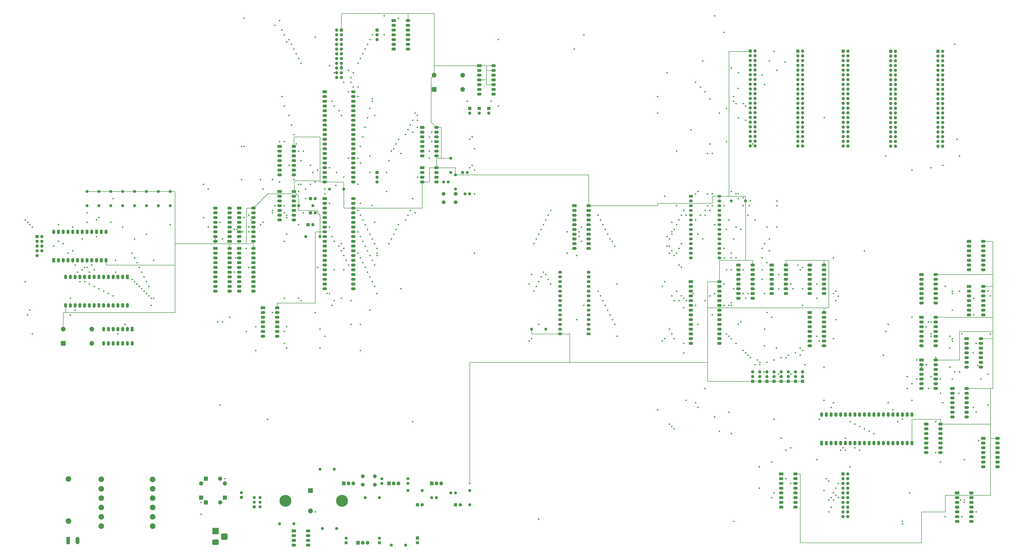
<source format=gbr>
%TF.GenerationSoftware,KiCad,Pcbnew,(5.1.10)-1*%
%TF.CreationDate,2022-04-25T14:42:15+01:00*%
%TF.ProjectId,Motherboard,4d6f7468-6572-4626-9f61-72642e6b6963,2.2*%
%TF.SameCoordinates,Original*%
%TF.FileFunction,Copper,L7,Inr*%
%TF.FilePolarity,Positive*%
%FSLAX46Y46*%
G04 Gerber Fmt 4.6, Leading zero omitted, Abs format (unit mm)*
G04 Created by KiCad (PCBNEW (5.1.10)-1) date 2022-04-25 14:42:15*
%MOMM*%
%LPD*%
G01*
G04 APERTURE LIST*
%TA.AperFunction,ComponentPad*%
%ADD10O,2.400000X1.600000*%
%TD*%
%TA.AperFunction,ComponentPad*%
%ADD11R,2.400000X1.600000*%
%TD*%
%TA.AperFunction,ComponentPad*%
%ADD12C,3.000000*%
%TD*%
%TA.AperFunction,ComponentPad*%
%ADD13C,1.600000*%
%TD*%
%TA.AperFunction,ComponentPad*%
%ADD14R,1.600000X1.600000*%
%TD*%
%TA.AperFunction,ComponentPad*%
%ADD15O,1.700000X1.700000*%
%TD*%
%TA.AperFunction,ComponentPad*%
%ADD16R,1.700000X1.700000*%
%TD*%
%TA.AperFunction,ComponentPad*%
%ADD17O,1.600000X2.400000*%
%TD*%
%TA.AperFunction,ComponentPad*%
%ADD18R,1.600000X2.400000*%
%TD*%
%TA.AperFunction,ComponentPad*%
%ADD19O,1.600000X1.600000*%
%TD*%
%TA.AperFunction,ComponentPad*%
%ADD20O,2.000000X1.440000*%
%TD*%
%TA.AperFunction,ComponentPad*%
%ADD21R,2.000000X1.440000*%
%TD*%
%TA.AperFunction,ComponentPad*%
%ADD22O,1.905000X2.000000*%
%TD*%
%TA.AperFunction,ComponentPad*%
%ADD23R,1.905000X2.000000*%
%TD*%
%TA.AperFunction,ComponentPad*%
%ADD24C,2.500000*%
%TD*%
%TA.AperFunction,ComponentPad*%
%ADD25R,2.500000X2.500000*%
%TD*%
%TA.AperFunction,ComponentPad*%
%ADD26C,2.000000*%
%TD*%
%TA.AperFunction,ComponentPad*%
%ADD27C,6.350000*%
%TD*%
%TA.AperFunction,ComponentPad*%
%ADD28C,2.600000*%
%TD*%
%TA.AperFunction,ComponentPad*%
%ADD29R,2.600000X2.600000*%
%TD*%
%TA.AperFunction,ComponentPad*%
%ADD30O,1.980000X3.960000*%
%TD*%
%TA.AperFunction,ComponentPad*%
%ADD31R,1.980000X3.960000*%
%TD*%
%TA.AperFunction,ComponentPad*%
%ADD32R,3.500000X3.500000*%
%TD*%
%TA.AperFunction,ComponentPad*%
%ADD33C,1.800000*%
%TD*%
%TA.AperFunction,ComponentPad*%
%ADD34R,1.800000X1.800000*%
%TD*%
%TA.AperFunction,ComponentPad*%
%ADD35O,2.200000X2.200000*%
%TD*%
%TA.AperFunction,ComponentPad*%
%ADD36R,2.200000X2.200000*%
%TD*%
%TA.AperFunction,ViaPad*%
%ADD37C,0.800000*%
%TD*%
%TA.AperFunction,Conductor*%
%ADD38C,0.250000*%
%TD*%
G04 APERTURE END LIST*
D10*
%TO.N,VCC*%
%TO.C,U20*%
X441960000Y-275564600D03*
%TO.N,GND*%
X434340000Y-293344600D03*
%TO.N,Net-(U20-Pad15)*%
X441960000Y-278104600D03*
%TO.N,SEL7\u005C*%
X434340000Y-290804600D03*
%TO.N,SEL1\u005C*%
X441960000Y-280644600D03*
%TO.N,65SIB_CS*%
X434340000Y-288264600D03*
%TO.N,SEL2\u005C*%
X441960000Y-283184600D03*
%TO.N,DEV_CS\u005C*%
X434340000Y-285724600D03*
%TO.N,SEL3\u005C*%
X441960000Y-285724600D03*
%TO.N,Net-(U20-Pad4)*%
X434340000Y-283184600D03*
%TO.N,SEL4\u005C*%
X441960000Y-288264600D03*
%TO.N,Net-(U20-Pad3)*%
X434340000Y-280644600D03*
%TO.N,SEL5\u005C*%
X441960000Y-290804600D03*
%TO.N,Net-(U20-Pad2)*%
X434340000Y-278104600D03*
%TO.N,SEL6\u005C*%
X441960000Y-293344600D03*
D11*
%TO.N,Net-(U20-Pad1)*%
X434340000Y-275564600D03*
%TD*%
D12*
%TO.N,Net-(F1-Pad2)*%
%TO.C,F1*%
X53619400Y-300757000D03*
%TO.N,Net-(F1-Pad1)*%
X53619400Y-278257000D03*
%TD*%
D13*
%TO.N,Net-(CP1-Pad1)*%
%TO.C,SW1*%
X156031800Y-288217600D03*
%TO.N,FUSE_IN*%
X156031800Y-290717600D03*
%TO.N,Net-(J1-Pad1)*%
X156031800Y-293217600D03*
%TO.N,Net-(CP1-Pad2)*%
X152831800Y-288217600D03*
%TO.N,GND*%
X152831800Y-290717600D03*
D14*
%TO.N,Net-(J1-Pad2)*%
X152831800Y-293217600D03*
%TD*%
D10*
%TO.N,VCC*%
%TO.C,U15*%
X535940000Y-285750000D03*
%TO.N,GND*%
X528320000Y-300990000D03*
%TO.N,A11*%
X535940000Y-288290000D03*
%TO.N,Net-(U15-Pad6)*%
X528320000Y-298450000D03*
%TO.N,Net-(U15-Pad12)*%
X535940000Y-290830000D03*
%TO.N,A6*%
X528320000Y-295910000D03*
%TO.N,A8*%
X535940000Y-293370000D03*
%TO.N,Net-(U15-Pad4)*%
X528320000Y-293370000D03*
%TO.N,Net-(U15-Pad10)*%
X535940000Y-295910000D03*
%TO.N,RW*%
X528320000Y-290830000D03*
%TO.N,A15*%
X535940000Y-298450000D03*
%TO.N,Net-(U15-Pad2)*%
X528320000Y-288290000D03*
%TO.N,Net-(U15-Pad8)*%
X535940000Y-300990000D03*
D11*
%TO.N,RW*%
X528320000Y-285750000D03*
%TD*%
D15*
%TO.N,+12v*%
%TO.C,J9*%
X520648800Y-100228400D03*
%TO.N,Sync*%
X518108800Y-100228400D03*
%TO.N,-12v*%
X520648800Y-97688400D03*
%TO.N,RDY*%
X518108800Y-97688400D03*
%TO.N,IRQ7\u005C*%
X520648800Y-95148400D03*
%TO.N,RW*%
X518108800Y-95148400D03*
%TO.N,IRQ6\u005C*%
X520648800Y-92608400D03*
%TO.N,A15*%
X518108800Y-92608400D03*
%TO.N,IRQ5\u005C*%
X520648800Y-90068400D03*
%TO.N,A14*%
X518108800Y-90068400D03*
%TO.N,IRQ4\u005C*%
X520648800Y-87528400D03*
%TO.N,A13*%
X518108800Y-87528400D03*
%TO.N,IRQ3\u005C*%
X520648800Y-84988400D03*
%TO.N,A12*%
X518108800Y-84988400D03*
%TO.N,DEV_CS\u005C*%
X520648800Y-82448400D03*
%TO.N,A11*%
X518108800Y-82448400D03*
%TO.N,Page_En*%
X520648800Y-79908400D03*
%TO.N,A10*%
X518108800Y-79908400D03*
%TO.N,PHI2*%
X520648800Y-77368400D03*
%TO.N,A9*%
X518108800Y-77368400D03*
%TO.N,PHI1*%
X520648800Y-74828400D03*
%TO.N,A8*%
X518108800Y-74828400D03*
%TO.N,CLK*%
X520648800Y-72288400D03*
%TO.N,A7*%
X518108800Y-72288400D03*
%TO.N,Reset\u005C*%
X520648800Y-69748400D03*
%TO.N,A6*%
X518108800Y-69748400D03*
%TO.N,D7*%
X520648800Y-67208400D03*
%TO.N,A5*%
X518108800Y-67208400D03*
%TO.N,D6*%
X520648800Y-64668400D03*
%TO.N,A4*%
X518108800Y-64668400D03*
%TO.N,D5*%
X520648800Y-62128400D03*
%TO.N,A3*%
X518108800Y-62128400D03*
%TO.N,D4*%
X520648800Y-59588400D03*
%TO.N,A2*%
X518108800Y-59588400D03*
%TO.N,D3*%
X520648800Y-57048400D03*
%TO.N,A1*%
X518108800Y-57048400D03*
%TO.N,D2*%
X520648800Y-54508400D03*
%TO.N,A0*%
X518108800Y-54508400D03*
%TO.N,D1*%
X520648800Y-51968400D03*
%TO.N,GND*%
X518108800Y-51968400D03*
%TO.N,D0*%
X520648800Y-49428400D03*
D16*
%TO.N,VCC*%
X518108800Y-49428400D03*
%TD*%
D15*
%TO.N,+12v*%
%TO.C,J8*%
X495414000Y-100228400D03*
%TO.N,Sync*%
X492874000Y-100228400D03*
%TO.N,-12v*%
X495414000Y-97688400D03*
%TO.N,RDY*%
X492874000Y-97688400D03*
%TO.N,IRQ7\u005C*%
X495414000Y-95148400D03*
%TO.N,RW*%
X492874000Y-95148400D03*
%TO.N,IRQ6\u005C*%
X495414000Y-92608400D03*
%TO.N,A15*%
X492874000Y-92608400D03*
%TO.N,IRQ5\u005C*%
X495414000Y-90068400D03*
%TO.N,A14*%
X492874000Y-90068400D03*
%TO.N,IRQ4\u005C*%
X495414000Y-87528400D03*
%TO.N,A13*%
X492874000Y-87528400D03*
%TO.N,IRQ3\u005C*%
X495414000Y-84988400D03*
%TO.N,A12*%
X492874000Y-84988400D03*
%TO.N,DEV_CS\u005C*%
X495414000Y-82448400D03*
%TO.N,A11*%
X492874000Y-82448400D03*
%TO.N,Page_En*%
X495414000Y-79908400D03*
%TO.N,A10*%
X492874000Y-79908400D03*
%TO.N,PHI2*%
X495414000Y-77368400D03*
%TO.N,A9*%
X492874000Y-77368400D03*
%TO.N,PHI1*%
X495414000Y-74828400D03*
%TO.N,A8*%
X492874000Y-74828400D03*
%TO.N,CLK*%
X495414000Y-72288400D03*
%TO.N,A7*%
X492874000Y-72288400D03*
%TO.N,Reset\u005C*%
X495414000Y-69748400D03*
%TO.N,A6*%
X492874000Y-69748400D03*
%TO.N,D7*%
X495414000Y-67208400D03*
%TO.N,A5*%
X492874000Y-67208400D03*
%TO.N,D6*%
X495414000Y-64668400D03*
%TO.N,A4*%
X492874000Y-64668400D03*
%TO.N,D5*%
X495414000Y-62128400D03*
%TO.N,A3*%
X492874000Y-62128400D03*
%TO.N,D4*%
X495414000Y-59588400D03*
%TO.N,A2*%
X492874000Y-59588400D03*
%TO.N,D3*%
X495414000Y-57048400D03*
%TO.N,A1*%
X492874000Y-57048400D03*
%TO.N,D2*%
X495414000Y-54508400D03*
%TO.N,A0*%
X492874000Y-54508400D03*
%TO.N,D1*%
X495414000Y-51968400D03*
%TO.N,GND*%
X492874000Y-51968400D03*
%TO.N,D0*%
X495414000Y-49428400D03*
D16*
%TO.N,VCC*%
X492874000Y-49428400D03*
%TD*%
D15*
%TO.N,+12v*%
%TO.C,J7*%
X470026800Y-100177600D03*
%TO.N,Sync*%
X467486800Y-100177600D03*
%TO.N,-12v*%
X470026800Y-97637600D03*
%TO.N,RDY*%
X467486800Y-97637600D03*
%TO.N,IRQ7\u005C*%
X470026800Y-95097600D03*
%TO.N,RW*%
X467486800Y-95097600D03*
%TO.N,IRQ6\u005C*%
X470026800Y-92557600D03*
%TO.N,A15*%
X467486800Y-92557600D03*
%TO.N,IRQ5\u005C*%
X470026800Y-90017600D03*
%TO.N,A14*%
X467486800Y-90017600D03*
%TO.N,IRQ4\u005C*%
X470026800Y-87477600D03*
%TO.N,A13*%
X467486800Y-87477600D03*
%TO.N,IRQ3\u005C*%
X470026800Y-84937600D03*
%TO.N,A12*%
X467486800Y-84937600D03*
%TO.N,DEV_CS\u005C*%
X470026800Y-82397600D03*
%TO.N,A11*%
X467486800Y-82397600D03*
%TO.N,Page_En*%
X470026800Y-79857600D03*
%TO.N,A10*%
X467486800Y-79857600D03*
%TO.N,PHI2*%
X470026800Y-77317600D03*
%TO.N,A9*%
X467486800Y-77317600D03*
%TO.N,PHI1*%
X470026800Y-74777600D03*
%TO.N,A8*%
X467486800Y-74777600D03*
%TO.N,CLK*%
X470026800Y-72237600D03*
%TO.N,A7*%
X467486800Y-72237600D03*
%TO.N,Reset\u005C*%
X470026800Y-69697600D03*
%TO.N,A6*%
X467486800Y-69697600D03*
%TO.N,D7*%
X470026800Y-67157600D03*
%TO.N,A5*%
X467486800Y-67157600D03*
%TO.N,D6*%
X470026800Y-64617600D03*
%TO.N,A4*%
X467486800Y-64617600D03*
%TO.N,D5*%
X470026800Y-62077600D03*
%TO.N,A3*%
X467486800Y-62077600D03*
%TO.N,D4*%
X470026800Y-59537600D03*
%TO.N,A2*%
X467486800Y-59537600D03*
%TO.N,D3*%
X470026800Y-56997600D03*
%TO.N,A1*%
X467486800Y-56997600D03*
%TO.N,D2*%
X470026800Y-54457600D03*
%TO.N,A0*%
X467486800Y-54457600D03*
%TO.N,D1*%
X470026800Y-51917600D03*
%TO.N,GND*%
X467486800Y-51917600D03*
%TO.N,D0*%
X470026800Y-49377600D03*
D16*
%TO.N,VCC*%
X467486800Y-49377600D03*
%TD*%
D15*
%TO.N,+12v*%
%TO.C,J6*%
X445808000Y-100177600D03*
%TO.N,Sync*%
X443268000Y-100177600D03*
%TO.N,-12v*%
X445808000Y-97637600D03*
%TO.N,RDY*%
X443268000Y-97637600D03*
%TO.N,IRQ7\u005C*%
X445808000Y-95097600D03*
%TO.N,RW*%
X443268000Y-95097600D03*
%TO.N,IRQ6\u005C*%
X445808000Y-92557600D03*
%TO.N,A15*%
X443268000Y-92557600D03*
%TO.N,IRQ5\u005C*%
X445808000Y-90017600D03*
%TO.N,A14*%
X443268000Y-90017600D03*
%TO.N,IRQ4\u005C*%
X445808000Y-87477600D03*
%TO.N,A13*%
X443268000Y-87477600D03*
%TO.N,IRQ3\u005C*%
X445808000Y-84937600D03*
%TO.N,A12*%
X443268000Y-84937600D03*
%TO.N,DEV_CS\u005C*%
X445808000Y-82397600D03*
%TO.N,A11*%
X443268000Y-82397600D03*
%TO.N,Page_En*%
X445808000Y-79857600D03*
%TO.N,A10*%
X443268000Y-79857600D03*
%TO.N,PHI2*%
X445808000Y-77317600D03*
%TO.N,A9*%
X443268000Y-77317600D03*
%TO.N,PHI1*%
X445808000Y-74777600D03*
%TO.N,A8*%
X443268000Y-74777600D03*
%TO.N,CLK*%
X445808000Y-72237600D03*
%TO.N,A7*%
X443268000Y-72237600D03*
%TO.N,Reset\u005C*%
X445808000Y-69697600D03*
%TO.N,A6*%
X443268000Y-69697600D03*
%TO.N,D7*%
X445808000Y-67157600D03*
%TO.N,A5*%
X443268000Y-67157600D03*
%TO.N,D6*%
X445808000Y-64617600D03*
%TO.N,A4*%
X443268000Y-64617600D03*
%TO.N,D5*%
X445808000Y-62077600D03*
%TO.N,A3*%
X443268000Y-62077600D03*
%TO.N,D4*%
X445808000Y-59537600D03*
%TO.N,A2*%
X443268000Y-59537600D03*
%TO.N,D3*%
X445808000Y-56997600D03*
%TO.N,A1*%
X443268000Y-56997600D03*
%TO.N,D2*%
X445808000Y-54457600D03*
%TO.N,A0*%
X443268000Y-54457600D03*
%TO.N,D1*%
X445808000Y-51917600D03*
%TO.N,GND*%
X443268000Y-51917600D03*
%TO.N,D0*%
X445808000Y-49377600D03*
D16*
%TO.N,VCC*%
X443268000Y-49377600D03*
%TD*%
D15*
%TO.N,+12v*%
%TO.C,J5*%
X420420800Y-100025200D03*
%TO.N,Sync*%
X417880800Y-100025200D03*
%TO.N,-12v*%
X420420800Y-97485200D03*
%TO.N,RDY*%
X417880800Y-97485200D03*
%TO.N,IRQ7\u005C*%
X420420800Y-94945200D03*
%TO.N,RW*%
X417880800Y-94945200D03*
%TO.N,IRQ6\u005C*%
X420420800Y-92405200D03*
%TO.N,A15*%
X417880800Y-92405200D03*
%TO.N,IRQ5\u005C*%
X420420800Y-89865200D03*
%TO.N,A14*%
X417880800Y-89865200D03*
%TO.N,IRQ4\u005C*%
X420420800Y-87325200D03*
%TO.N,A13*%
X417880800Y-87325200D03*
%TO.N,IRQ3\u005C*%
X420420800Y-84785200D03*
%TO.N,A12*%
X417880800Y-84785200D03*
%TO.N,DEV_CS\u005C*%
X420420800Y-82245200D03*
%TO.N,A11*%
X417880800Y-82245200D03*
%TO.N,Page_En*%
X420420800Y-79705200D03*
%TO.N,A10*%
X417880800Y-79705200D03*
%TO.N,PHI2*%
X420420800Y-77165200D03*
%TO.N,A9*%
X417880800Y-77165200D03*
%TO.N,PHI1*%
X420420800Y-74625200D03*
%TO.N,A8*%
X417880800Y-74625200D03*
%TO.N,CLK*%
X420420800Y-72085200D03*
%TO.N,A7*%
X417880800Y-72085200D03*
%TO.N,Reset\u005C*%
X420420800Y-69545200D03*
%TO.N,A6*%
X417880800Y-69545200D03*
%TO.N,D7*%
X420420800Y-67005200D03*
%TO.N,A5*%
X417880800Y-67005200D03*
%TO.N,D6*%
X420420800Y-64465200D03*
%TO.N,A4*%
X417880800Y-64465200D03*
%TO.N,D5*%
X420420800Y-61925200D03*
%TO.N,A3*%
X417880800Y-61925200D03*
%TO.N,D4*%
X420420800Y-59385200D03*
%TO.N,A2*%
X417880800Y-59385200D03*
%TO.N,D3*%
X420420800Y-56845200D03*
%TO.N,A1*%
X417880800Y-56845200D03*
%TO.N,D2*%
X420420800Y-54305200D03*
%TO.N,A0*%
X417880800Y-54305200D03*
%TO.N,D1*%
X420420800Y-51765200D03*
%TO.N,GND*%
X417880800Y-51765200D03*
%TO.N,D0*%
X420420800Y-49225200D03*
D16*
%TO.N,VCC*%
X417880800Y-49225200D03*
%TD*%
D10*
%TO.N,CA1*%
%TO.C,U33*%
X205740000Y-71120000D03*
%TO.N,VCC*%
X190500000Y-119380000D03*
%TO.N,CA2*%
X205740000Y-73660000D03*
%TO.N,CB2*%
X190500000Y-116840000D03*
%TO.N,A0*%
X205740000Y-76200000D03*
%TO.N,CB1*%
X190500000Y-114300000D03*
%TO.N,A1*%
X205740000Y-78740000D03*
%TO.N,GPIO15*%
X190500000Y-111760000D03*
%TO.N,A2*%
X205740000Y-81280000D03*
%TO.N,GPIO14*%
X190500000Y-109220000D03*
%TO.N,A3*%
X205740000Y-83820000D03*
%TO.N,GPIO13*%
X190500000Y-106680000D03*
%TO.N,RESET\u005C*%
X205740000Y-86360000D03*
%TO.N,GPIO12*%
X190500000Y-104140000D03*
%TO.N,D0*%
X205740000Y-88900000D03*
%TO.N,GPIO11*%
X190500000Y-101600000D03*
%TO.N,D1*%
X205740000Y-91440000D03*
%TO.N,GPIO10*%
X190500000Y-99060000D03*
%TO.N,D2*%
X205740000Y-93980000D03*
%TO.N,GPIO9*%
X190500000Y-96520000D03*
%TO.N,D3*%
X205740000Y-96520000D03*
%TO.N,GPIO8*%
X190500000Y-93980000D03*
%TO.N,D4*%
X205740000Y-99060000D03*
%TO.N,GPIO7*%
X190500000Y-91440000D03*
%TO.N,D5*%
X205740000Y-101600000D03*
%TO.N,GPIO6*%
X190500000Y-88900000D03*
%TO.N,D6*%
X205740000Y-104140000D03*
%TO.N,GPIO5*%
X190500000Y-86360000D03*
%TO.N,D7*%
X205740000Y-106680000D03*
%TO.N,GPIO4*%
X190500000Y-83820000D03*
%TO.N,PHI2*%
X205740000Y-109220000D03*
%TO.N,GPIO3*%
X190500000Y-81280000D03*
%TO.N,CS_GPIO*%
X205740000Y-111760000D03*
%TO.N,GPIO2*%
X190500000Y-78740000D03*
%TO.N,DEV_CS\u005C*%
X205740000Y-114300000D03*
%TO.N,GPIO1*%
X190500000Y-76200000D03*
%TO.N,RW*%
X205740000Y-116840000D03*
%TO.N,GPIO0*%
X190500000Y-73660000D03*
%TO.N,IRQ_DECIDE\u005C*%
X205740000Y-119380000D03*
D11*
%TO.N,GND*%
X190500000Y-71120000D03*
%TD*%
D10*
%TO.N,RESET\u005C*%
%TO.C,U21*%
X205740000Y-128270000D03*
%TO.N,A11*%
X190500000Y-176530000D03*
%TO.N,PHI2*%
X205740000Y-130810000D03*
%TO.N,A10*%
X190500000Y-173990000D03*
%TO.N,VCC*%
X205740000Y-133350000D03*
%TO.N,A9*%
X190500000Y-171450000D03*
%TO.N,CLK*%
X205740000Y-135890000D03*
%TO.N,A8*%
X190500000Y-168910000D03*
%TO.N,Net-(U21-Pad36)*%
X205740000Y-138430000D03*
%TO.N,A7*%
X190500000Y-166370000D03*
%TO.N,Net-(U21-Pad35)*%
X205740000Y-140970000D03*
%TO.N,A6*%
X190500000Y-163830000D03*
%TO.N,RW*%
X205740000Y-143510000D03*
%TO.N,A5*%
X190500000Y-161290000D03*
%TO.N,D0*%
X205740000Y-146050000D03*
%TO.N,A4*%
X190500000Y-158750000D03*
%TO.N,D1*%
X205740000Y-148590000D03*
%TO.N,A3*%
X190500000Y-156210000D03*
%TO.N,D2*%
X205740000Y-151130000D03*
%TO.N,A2*%
X190500000Y-153670000D03*
%TO.N,D3*%
X205740000Y-153670000D03*
%TO.N,A1*%
X190500000Y-151130000D03*
%TO.N,D4*%
X205740000Y-156210000D03*
%TO.N,A0*%
X190500000Y-148590000D03*
%TO.N,D5*%
X205740000Y-158750000D03*
%TO.N,VCC*%
X190500000Y-146050000D03*
%TO.N,D6*%
X205740000Y-161290000D03*
%TO.N,SYNC*%
X190500000Y-143510000D03*
%TO.N,D7*%
X205740000Y-163830000D03*
%TO.N,Net-(JP9-Pad2)*%
X190500000Y-140970000D03*
%TO.N,A15*%
X205740000Y-166370000D03*
%TO.N,Net-(U21-Pad5)*%
X190500000Y-138430000D03*
%TO.N,A14*%
X205740000Y-168910000D03*
%TO.N,Net-(JP10-Pad2)*%
X190500000Y-135890000D03*
%TO.N,A13*%
X205740000Y-171450000D03*
%TO.N,PHI1*%
X190500000Y-133350000D03*
%TO.N,A12*%
X205740000Y-173990000D03*
%TO.N,RDY*%
X190500000Y-130810000D03*
%TO.N,GND*%
X205740000Y-176530000D03*
D11*
%TO.N,Net-(JP11-Pad2)*%
X190500000Y-128270000D03*
%TD*%
D10*
%TO.N,VCC*%
%TO.C,U9*%
X401320000Y-172720000D03*
%TO.N,GND*%
X386080000Y-205740000D03*
%TO.N,RAM_WE\u005C*%
X401320000Y-175260000D03*
%TO.N,D2*%
X386080000Y-203200000D03*
%TO.N,A13*%
X401320000Y-177800000D03*
%TO.N,D1*%
X386080000Y-200660000D03*
%TO.N,A8*%
X401320000Y-180340000D03*
%TO.N,D0*%
X386080000Y-198120000D03*
%TO.N,A9*%
X401320000Y-182880000D03*
%TO.N,A0*%
X386080000Y-195580000D03*
%TO.N,A11*%
X401320000Y-185420000D03*
%TO.N,A1*%
X386080000Y-193040000D03*
%TO.N,RAM_OE\u005C*%
X401320000Y-187960000D03*
%TO.N,A2*%
X386080000Y-190500000D03*
%TO.N,A10*%
X401320000Y-190500000D03*
%TO.N,A3*%
X386080000Y-187960000D03*
%TO.N,Net-(U3-Pad3)*%
X401320000Y-193040000D03*
%TO.N,A4*%
X386080000Y-185420000D03*
%TO.N,D7*%
X401320000Y-195580000D03*
%TO.N,A5*%
X386080000Y-182880000D03*
%TO.N,D6*%
X401320000Y-198120000D03*
%TO.N,A6*%
X386080000Y-180340000D03*
%TO.N,D5*%
X401320000Y-200660000D03*
%TO.N,A7*%
X386080000Y-177800000D03*
%TO.N,D4*%
X401320000Y-203200000D03*
%TO.N,A12*%
X386080000Y-175260000D03*
%TO.N,D3*%
X401320000Y-205740000D03*
D11*
%TO.N,A14*%
X386080000Y-172720000D03*
%TD*%
D17*
%TO.N,65SIB_IRQ\u005C*%
%TO.C,U27*%
X455930000Y-243840000D03*
%TO.N,VCC*%
X504190000Y-259080000D03*
%TO.N,Net-(U27-Pad39)*%
X458470000Y-243840000D03*
%TO.N,Net-(U27-Pad19)*%
X501650000Y-259080000D03*
%TO.N,A0*%
X461010000Y-243840000D03*
%TO.N,Net-(U27-Pad18)*%
X499110000Y-259080000D03*
%TO.N,A1*%
X463550000Y-243840000D03*
%TO.N,Net-(U27-Pad17)*%
X496570000Y-259080000D03*
%TO.N,A2*%
X466090000Y-243840000D03*
%TO.N,Net-(U27-Pad16)*%
X494030000Y-259080000D03*
%TO.N,A3*%
X468630000Y-243840000D03*
%TO.N,Net-(U27-Pad15)*%
X491490000Y-259080000D03*
%TO.N,RESET\u005C*%
X471170000Y-243840000D03*
%TO.N,Net-(U27-Pad14)*%
X488950000Y-259080000D03*
%TO.N,D0*%
X473710000Y-243840000D03*
%TO.N,Net-(U27-Pad13)*%
X486410000Y-259080000D03*
%TO.N,D1*%
X476250000Y-243840000D03*
%TO.N,Net-(U27-Pad12)*%
X483870000Y-259080000D03*
%TO.N,D2*%
X478790000Y-243840000D03*
%TO.N,Net-(U27-Pad11)*%
X481330000Y-259080000D03*
%TO.N,D3*%
X481330000Y-243840000D03*
%TO.N,Net-(U27-Pad10)*%
X478790000Y-259080000D03*
%TO.N,D4*%
X483870000Y-243840000D03*
%TO.N,65SIB_MISO*%
X476250000Y-259080000D03*
%TO.N,D5*%
X486410000Y-243840000D03*
%TO.N,CONF\u005C*%
X473710000Y-259080000D03*
%TO.N,D6*%
X488950000Y-243840000D03*
%TO.N,Net-(U20-Pad4)*%
X471170000Y-259080000D03*
%TO.N,D7*%
X491490000Y-243840000D03*
%TO.N,Net-(U20-Pad1)*%
X468630000Y-259080000D03*
%TO.N,CLK*%
X494030000Y-243840000D03*
%TO.N,Net-(U20-Pad2)*%
X466090000Y-259080000D03*
%TO.N,65SIB_CS*%
X496570000Y-243840000D03*
%TO.N,Net-(U20-Pad3)*%
X463550000Y-259080000D03*
%TO.N,DEV_CS\u005C*%
X499110000Y-243840000D03*
%TO.N,65SIB_MOSI*%
X461010000Y-259080000D03*
%TO.N,RW*%
X501650000Y-243840000D03*
%TO.N,65SIB_CLK*%
X458470000Y-259080000D03*
%TO.N,IRQ2\u005C*%
X504190000Y-243840000D03*
D18*
%TO.N,GND*%
X455930000Y-259080000D03*
%TD*%
D15*
%TO.N,Net-(J3-Pad9)*%
%TO.C,J3*%
X36830000Y-158750000D03*
%TO.N,CTS_COM_PORT*%
X39370000Y-156210000D03*
%TO.N,RTS_COM_PORT*%
X36830000Y-156210000D03*
%TO.N,DSR_COM_PORT*%
X39370000Y-153670000D03*
%TO.N,GND*%
X36830000Y-153670000D03*
%TO.N,DTR_COM_PORT*%
X39370000Y-151130000D03*
%TO.N,Tx_COM_PORT*%
X36830000Y-151130000D03*
%TO.N,Rx_COM_PORT*%
X39370000Y-148590000D03*
D16*
%TO.N,DCD_COM_PORT*%
X36830000Y-148590000D03*
%TD*%
D19*
%TO.N,VCC*%
%TO.C,R22*%
X300990000Y-198120000D03*
D13*
%TO.N,Net-(R22-Pad1)*%
X308610000Y-198120000D03*
%TD*%
D10*
%TO.N,VCC*%
%TO.C,U16*%
X139700000Y-154940000D03*
%TO.N,GND*%
X132080000Y-177800000D03*
%TO.N,Net-(U16-Pad19)*%
X139700000Y-157480000D03*
%TO.N,D7*%
X132080000Y-175260000D03*
%TO.N,Net-(U16-Pad18)*%
X139700000Y-160020000D03*
%TO.N,D6*%
X132080000Y-172720000D03*
%TO.N,Net-(U16-Pad17)*%
X139700000Y-162560000D03*
%TO.N,D5*%
X132080000Y-170180000D03*
%TO.N,Net-(U16-Pad16)*%
X139700000Y-165100000D03*
%TO.N,D4*%
X132080000Y-167640000D03*
%TO.N,Net-(U16-Pad15)*%
X139700000Y-167640000D03*
%TO.N,D3*%
X132080000Y-165100000D03*
%TO.N,Net-(U16-Pad14)*%
X139700000Y-170180000D03*
%TO.N,D2*%
X132080000Y-162560000D03*
%TO.N,Net-(U16-Pad13)*%
X139700000Y-172720000D03*
%TO.N,D1*%
X132080000Y-160020000D03*
%TO.N,Net-(U16-Pad12)*%
X139700000Y-175260000D03*
%TO.N,D0*%
X132080000Y-157480000D03*
%TO.N,CS_WR*%
X139700000Y-177800000D03*
D11*
%TO.N,GND*%
X132080000Y-154940000D03*
%TD*%
D13*
%TO.N,GND*%
%TO.C,C1*%
X220980000Y-278170000D03*
%TO.N,FUSE_OUT*%
X220980000Y-280670000D03*
%TD*%
D15*
%TO.N,GND*%
%TO.C,J4*%
X196850000Y-63500000D03*
%TO.N,CB2*%
X199390000Y-63500000D03*
%TO.N,CB1*%
X196850000Y-60960000D03*
%TO.N,CA2*%
X199390000Y-60960000D03*
%TO.N,CA1*%
X196850000Y-58420000D03*
%TO.N,GPIO15*%
X199390000Y-58420000D03*
%TO.N,GPIO14*%
X196850000Y-55880000D03*
%TO.N,GPIO13*%
X199390000Y-55880000D03*
%TO.N,GPIO12*%
X196850000Y-53340000D03*
%TO.N,GPIO11*%
X199390000Y-53340000D03*
%TO.N,GPIO10*%
X196850000Y-50800000D03*
%TO.N,GPIO9*%
X199390000Y-50800000D03*
%TO.N,GPIO8*%
X196850000Y-48260000D03*
%TO.N,GPIO7*%
X199390000Y-48260000D03*
%TO.N,GPIO6*%
X196850000Y-45720000D03*
%TO.N,GPIO5*%
X199390000Y-45720000D03*
%TO.N,GPIO4*%
X196850000Y-43180000D03*
%TO.N,GPIO3*%
X199390000Y-43180000D03*
%TO.N,GPIO2*%
X196850000Y-40640000D03*
%TO.N,GPIO1*%
X199390000Y-40640000D03*
%TO.N,GPIO0*%
X196850000Y-38100000D03*
D16*
%TO.N,VCC*%
X199390000Y-38100000D03*
%TD*%
D17*
%TO.N,N/C*%
%TO.C,U32*%
X87630000Y-205740000D03*
X72390000Y-198120000D03*
X85090000Y-205740000D03*
X74930000Y-198120000D03*
X82550000Y-205740000D03*
X77470000Y-198120000D03*
X80010000Y-205740000D03*
%TO.N,Net-(U29-Pad20)*%
X80010000Y-198120000D03*
%TO.N,N/C*%
X77470000Y-205740000D03*
%TO.N,CS0_COM*%
X82550000Y-198120000D03*
%TO.N,N/C*%
X74930000Y-205740000D03*
X85090000Y-198120000D03*
X72390000Y-205740000D03*
D18*
X87630000Y-198120000D03*
%TD*%
D20*
%TO.N,D3*%
%TO.C,U19*%
X316230000Y-167640000D03*
%TO.N,GND*%
X331470000Y-167640000D03*
%TO.N,D4*%
X316230000Y-170180000D03*
%TO.N,D2*%
X331470000Y-170180000D03*
%TO.N,D5*%
X316230000Y-172720000D03*
%TO.N,D1*%
X331470000Y-172720000D03*
%TO.N,D6*%
X316230000Y-175260000D03*
%TO.N,D0*%
X331470000Y-175260000D03*
%TO.N,D7*%
X316230000Y-177800000D03*
%TO.N,D0*%
X331470000Y-177800000D03*
%TO.N,GND*%
X316230000Y-180340000D03*
%TO.N,D1*%
X331470000Y-180340000D03*
%TO.N,GND*%
X316230000Y-182880000D03*
%TO.N,D2*%
X331470000Y-182880000D03*
%TO.N,VID_OE*%
X316230000Y-185420000D03*
%TO.N,D3*%
X331470000Y-185420000D03*
%TO.N,GND*%
X316230000Y-187960000D03*
%TO.N,D4*%
X331470000Y-187960000D03*
%TO.N,GND*%
X316230000Y-190500000D03*
%TO.N,D5*%
X331470000Y-190500000D03*
%TO.N,SYNC*%
X316230000Y-193040000D03*
%TO.N,D6*%
X331470000Y-193040000D03*
%TO.N,GND*%
X316230000Y-195580000D03*
%TO.N,D7*%
X331470000Y-195580000D03*
%TO.N,Net-(R22-Pad1)*%
X316230000Y-198120000D03*
%TO.N,GND*%
X331470000Y-198120000D03*
%TO.N,VCC*%
X316230000Y-200660000D03*
D21*
%TO.N,GND*%
X331470000Y-200660000D03*
%TD*%
D20*
%TO.N,D3*%
%TO.C,U11*%
X401320000Y-160020000D03*
%TO.N,GND*%
X386080000Y-160020000D03*
%TO.N,D4*%
X401320000Y-157480000D03*
%TO.N,D2*%
X386080000Y-157480000D03*
%TO.N,D5*%
X401320000Y-154940000D03*
%TO.N,D1*%
X386080000Y-154940000D03*
%TO.N,D6*%
X401320000Y-152400000D03*
%TO.N,D0*%
X386080000Y-152400000D03*
%TO.N,D7*%
X401320000Y-149860000D03*
%TO.N,A0*%
X386080000Y-149860000D03*
%TO.N,ROM_EN*%
X401320000Y-147320000D03*
%TO.N,A1*%
X386080000Y-147320000D03*
%TO.N,A10*%
X401320000Y-144780000D03*
%TO.N,A2*%
X386080000Y-144780000D03*
%TO.N,ROM_EN*%
X401320000Y-142240000D03*
%TO.N,A3*%
X386080000Y-142240000D03*
%TO.N,A11*%
X401320000Y-139700000D03*
%TO.N,A4*%
X386080000Y-139700000D03*
%TO.N,A9*%
X401320000Y-137160000D03*
%TO.N,A5*%
X386080000Y-137160000D03*
%TO.N,A8*%
X401320000Y-134620000D03*
%TO.N,A6*%
X386080000Y-134620000D03*
%TO.N,A13*%
X401320000Y-132080000D03*
%TO.N,A7*%
X386080000Y-132080000D03*
%TO.N,Net-(R16-Pad1)*%
X401320000Y-129540000D03*
%TO.N,A12*%
X386080000Y-129540000D03*
%TO.N,VCC*%
X401320000Y-127000000D03*
D21*
%TO.N,A14*%
X386080000Y-127000000D03*
%TD*%
D22*
%TO.N,-12v*%
%TO.C,U13*%
X213360000Y-312420000D03*
%TO.N,Net-(C5-Pad2)*%
X210820000Y-312420000D03*
D23*
%TO.N,GND*%
X208280000Y-312420000D03*
%TD*%
D24*
%TO.N,GND*%
%TO.C,X2*%
X66040000Y-205740000D03*
%TO.N,XTL1_COM*%
X66040000Y-198120000D03*
%TO.N,VCC*%
X50800000Y-198120000D03*
D25*
%TO.N,Net-(X2-Pad1)*%
X50800000Y-205740000D03*
%TD*%
D24*
%TO.N,GND*%
%TO.C,X1*%
X264160000Y-69850000D03*
%TO.N,CLK1*%
X264160000Y-62230000D03*
%TO.N,VCC*%
X248920000Y-62230000D03*
D25*
%TO.N,Net-(X1-Pad1)*%
X248920000Y-69850000D03*
%TD*%
D10*
%TO.N,VCC*%
%TO.C,U43*%
X542290000Y-151130000D03*
%TO.N,GND*%
X534670000Y-166370000D03*
%TO.N,N/C*%
X542290000Y-153670000D03*
X534670000Y-163830000D03*
X542290000Y-156210000D03*
X534670000Y-161290000D03*
X542290000Y-158750000D03*
X534670000Y-158750000D03*
X542290000Y-161290000D03*
X534670000Y-156210000D03*
X542290000Y-163830000D03*
%TO.N,Net-(U39-Pad10)*%
X534670000Y-153670000D03*
%TO.N,N/C*%
X542290000Y-166370000D03*
D11*
%TO.N,A3*%
X534670000Y-151130000D03*
%TD*%
D10*
%TO.N,VCC*%
%TO.C,U31*%
X549910000Y-256540000D03*
%TO.N,GND*%
X542290000Y-271780000D03*
%TO.N,N/C*%
X549910000Y-259080000D03*
X542290000Y-269240000D03*
X549910000Y-261620000D03*
X542290000Y-266700000D03*
X549910000Y-264160000D03*
X542290000Y-264160000D03*
X549910000Y-266700000D03*
X542290000Y-261620000D03*
X549910000Y-269240000D03*
%TO.N,Net-(U31-Pad2)*%
X542290000Y-259080000D03*
%TO.N,N/C*%
X549910000Y-271780000D03*
D11*
%TO.N,A11*%
X542290000Y-256540000D03*
%TD*%
D10*
%TO.N,VCC*%
%TO.C,U38*%
X541020000Y-203200000D03*
%TO.N,GND*%
X533400000Y-218440000D03*
%TO.N,N/C*%
X541020000Y-205740000D03*
X533400000Y-215900000D03*
X541020000Y-208280000D03*
X533400000Y-213360000D03*
X541020000Y-210820000D03*
%TO.N,Net-(U35-Pad10)*%
X533400000Y-210820000D03*
%TO.N,N/C*%
X541020000Y-213360000D03*
%TO.N,A5*%
X533400000Y-208280000D03*
%TO.N,A8*%
X541020000Y-215900000D03*
%TO.N,Net-(U35-Pad9)*%
X533400000Y-205740000D03*
%TO.N,Net-(U35-Pad1)*%
X541020000Y-218440000D03*
D11*
%TO.N,A4*%
X533400000Y-203200000D03*
%TD*%
D10*
%TO.N,VCC*%
%TO.C,U42*%
X516890000Y-168910000D03*
%TO.N,GND*%
X509270000Y-184150000D03*
%TO.N,N/C*%
X516890000Y-171450000D03*
X509270000Y-181610000D03*
X516890000Y-173990000D03*
X509270000Y-179070000D03*
X516890000Y-176530000D03*
X509270000Y-176530000D03*
%TO.N,Net-(U39-Pad6)*%
X516890000Y-179070000D03*
%TO.N,N/C*%
X509270000Y-173990000D03*
%TO.N,Net-(U39-Pad8)*%
X516890000Y-181610000D03*
%TO.N,N/C*%
X509270000Y-171450000D03*
%TO.N,CS0_COM*%
X516890000Y-184150000D03*
D11*
%TO.N,N/C*%
X509270000Y-168910000D03*
%TD*%
D10*
%TO.N,VCC*%
%TO.C,U36*%
X516890000Y-214630000D03*
%TO.N,GND*%
X509270000Y-229870000D03*
%TO.N,N/C*%
X516890000Y-217170000D03*
%TO.N,Net-(U35-Pad12)*%
X509270000Y-227330000D03*
%TO.N,N/C*%
X516890000Y-219710000D03*
%TO.N,A6*%
X509270000Y-224790000D03*
%TO.N,A9*%
X516890000Y-222250000D03*
%TO.N,Net-(U36-Pad4)*%
X509270000Y-222250000D03*
%TO.N,Net-(U35-Pad2)*%
X516890000Y-224790000D03*
%TO.N,A5*%
X509270000Y-219710000D03*
%TO.N,A9*%
X516890000Y-227330000D03*
%TO.N,Net-(U36-Pad2)*%
X509270000Y-217170000D03*
%TO.N,Net-(U36-Pad8)*%
X516890000Y-229870000D03*
D11*
%TO.N,A6*%
X509270000Y-214630000D03*
%TD*%
D10*
%TO.N,VCC*%
%TO.C,U39*%
X542290000Y-175260000D03*
%TO.N,GND*%
X534670000Y-190500000D03*
%TO.N,Net-(U36-Pad4)*%
X542290000Y-177800000D03*
%TO.N,Net-(U39-Pad6)*%
X534670000Y-187960000D03*
%TO.N,A4*%
X542290000Y-180340000D03*
%TO.N,Net-(U39-Pad5)*%
X534670000Y-185420000D03*
%TO.N,N/C*%
X542290000Y-182880000D03*
%TO.N,Net-(U15-Pad10)*%
X534670000Y-182880000D03*
%TO.N,Net-(U39-Pad10)*%
X542290000Y-185420000D03*
%TO.N,N/C*%
X534670000Y-180340000D03*
%TO.N,A2*%
X542290000Y-187960000D03*
%TO.N,Net-(U23-Pad8)*%
X534670000Y-177800000D03*
%TO.N,Net-(U39-Pad8)*%
X542290000Y-190500000D03*
D11*
%TO.N,Net-(U15-Pad6)*%
X534670000Y-175260000D03*
%TD*%
D10*
%TO.N,VCC*%
%TO.C,U35*%
X533400000Y-229870000D03*
%TO.N,GND*%
X525780000Y-245110000D03*
%TO.N,A7*%
X533400000Y-232410000D03*
%TO.N,Net-(U35-Pad6)*%
X525780000Y-242570000D03*
%TO.N,Net-(U35-Pad12)*%
X533400000Y-234950000D03*
%TO.N,Net-(U31-Pad2)*%
X525780000Y-240030000D03*
%TO.N,N/C*%
X533400000Y-237490000D03*
%TO.N,Net-(U23-Pad12)*%
X525780000Y-237490000D03*
%TO.N,Net-(U35-Pad10)*%
X533400000Y-240030000D03*
%TO.N,N/C*%
X525780000Y-234950000D03*
%TO.N,Net-(U35-Pad9)*%
X533400000Y-242570000D03*
%TO.N,Net-(U35-Pad2)*%
X525780000Y-232410000D03*
%TO.N,Net-(U35-Pad8)*%
X533400000Y-245110000D03*
D11*
%TO.N,Net-(U35-Pad1)*%
X525780000Y-229870000D03*
%TD*%
D10*
%TO.N,VCC*%
%TO.C,U37*%
X516890000Y-191770000D03*
%TO.N,GND*%
X509270000Y-207010000D03*
%TO.N,Net-(U23-Pad4)*%
X516890000Y-194310000D03*
%TO.N,Net-(U18-Pad10)*%
X509270000Y-204470000D03*
%TO.N,Net-(U36-Pad2)*%
X516890000Y-196850000D03*
%TO.N,Net-(U15-Pad12)*%
X509270000Y-201930000D03*
%TO.N,N/C*%
X516890000Y-199390000D03*
%TO.N,Net-(U23-Pad10)*%
X509270000Y-199390000D03*
%TO.N,A5*%
X516890000Y-201930000D03*
%TO.N,N/C*%
X509270000Y-196850000D03*
%TO.N,A4*%
X516890000Y-204470000D03*
%TO.N,Net-(U36-Pad8)*%
X509270000Y-194310000D03*
%TO.N,Net-(U18-Pad9)*%
X516890000Y-207010000D03*
D11*
%TO.N,Net-(U23-Pad6)*%
X509270000Y-191770000D03*
%TD*%
D10*
%TO.N,VCC*%
%TO.C,U40*%
X519430000Y-248920000D03*
%TO.N,GND*%
X511810000Y-264160000D03*
%TO.N,N/C*%
X519430000Y-251460000D03*
X511810000Y-261620000D03*
X519430000Y-254000000D03*
X511810000Y-259080000D03*
X519430000Y-256540000D03*
X511810000Y-256540000D03*
%TO.N,Net-(U35-Pad6)*%
X519430000Y-259080000D03*
%TO.N,N/C*%
X511810000Y-254000000D03*
%TO.N,Net-(U35-Pad8)*%
X519430000Y-261620000D03*
%TO.N,N/C*%
X511810000Y-251460000D03*
%TO.N,65SIB_CS*%
X519430000Y-264160000D03*
D11*
%TO.N,N/C*%
X511810000Y-248920000D03*
%TD*%
D17*
%TO.N,DSR_COM_PORT*%
%TO.C,U29*%
X45720000Y-146050000D03*
%TO.N,VCC*%
X73660000Y-161290000D03*
%TO.N,DSR_COM*%
X48260000Y-146050000D03*
%TO.N,GND*%
X71120000Y-161290000D03*
%TO.N,Net-(U29-Pad22)*%
X50800000Y-146050000D03*
%TO.N,Rx_COM_PORT*%
X68580000Y-161290000D03*
%TO.N,Net-(U29-Pad21)*%
X53340000Y-146050000D03*
%TO.N,Rx_COM*%
X66040000Y-161290000D03*
%TO.N,Net-(U29-Pad20)*%
X55880000Y-146050000D03*
%TO.N,Tx_COM*%
X63500000Y-161290000D03*
%TO.N,Net-(U29-Pad19)*%
X58420000Y-146050000D03*
%TO.N,RTS_COM*%
X60960000Y-161290000D03*
%TO.N,DCD_COM_PORT*%
X60960000Y-146050000D03*
%TO.N,CTS_COM*%
X58420000Y-161290000D03*
%TO.N,DCD_COM*%
X63500000Y-146050000D03*
%TO.N,CTS_COM_PORT*%
X55880000Y-161290000D03*
%TO.N,Net-(U29-Pad16)*%
X66040000Y-146050000D03*
%TO.N,RTS_COM_PORT*%
X53340000Y-161290000D03*
%TO.N,DTR_COM*%
X68580000Y-146050000D03*
%TO.N,Tx_COM_PORT*%
X50800000Y-161290000D03*
%TO.N,Net-(U29-Pad14)*%
X71120000Y-146050000D03*
%TO.N,DTR_COM_PORT*%
X48260000Y-161290000D03*
%TO.N,Net-(U29-Pad13)*%
X73660000Y-146050000D03*
D18*
%TO.N,Net-(U29-Pad1)*%
X45720000Y-161290000D03*
%TD*%
D10*
%TO.N,VCC*%
%TO.C,U28*%
X457200000Y-189230000D03*
%TO.N,GND*%
X449580000Y-207010000D03*
%TO.N,Net-(U28-Pad15)*%
X457200000Y-191770000D03*
%TO.N,Net-(U28-Pad7)*%
X449580000Y-204470000D03*
%TO.N,Net-(U28-Pad14)*%
X457200000Y-194310000D03*
%TO.N,A15*%
X449580000Y-201930000D03*
%TO.N,Net-(U28-Pad13)*%
X457200000Y-196850000D03*
%TO.N,GND*%
X449580000Y-199390000D03*
%TO.N,Net-(U28-Pad12)*%
X457200000Y-199390000D03*
%TO.N,GND*%
X449580000Y-196850000D03*
%TO.N,Net-(U28-Pad11)*%
X457200000Y-201930000D03*
%TO.N,A14*%
X449580000Y-194310000D03*
%TO.N,DEV_CS\u005C*%
X457200000Y-204470000D03*
%TO.N,A13*%
X449580000Y-191770000D03*
%TO.N,Net-(U28-Pad9)*%
X457200000Y-207010000D03*
D11*
%TO.N,A12*%
X449580000Y-189230000D03*
%TD*%
D10*
%TO.N,VCC*%
%TO.C,U26*%
X250190000Y-111760000D03*
X242570000Y-119380000D03*
%TO.N,Net-(CP2-Pad1)*%
X250190000Y-114300000D03*
%TO.N,Net-(U23-Pad1)*%
X242570000Y-116840000D03*
%TO.N,Net-(CP2-Pad1)*%
X250190000Y-116840000D03*
%TO.N,Net-(C7-Pad1)*%
X242570000Y-114300000D03*
%TO.N,Net-(C8-Pad1)*%
X250190000Y-119380000D03*
D11*
%TO.N,GND*%
X242570000Y-111760000D03*
%TD*%
D17*
%TO.N,RW*%
%TO.C,U25*%
X85090000Y-185420000D03*
%TO.N,A1*%
X52070000Y-170180000D03*
%TO.N,PHI2*%
X82550000Y-185420000D03*
%TO.N,A0*%
X54610000Y-170180000D03*
%TO.N,IRQ0\u005C*%
X80010000Y-185420000D03*
%TO.N,Rx_COM*%
X57150000Y-170180000D03*
%TO.N,D7*%
X77470000Y-185420000D03*
%TO.N,DTR_COM*%
X59690000Y-170180000D03*
%TO.N,D6*%
X74930000Y-185420000D03*
%TO.N,Tx_COM*%
X62230000Y-170180000D03*
%TO.N,D5*%
X72390000Y-185420000D03*
%TO.N,CTS_COM*%
X64770000Y-170180000D03*
%TO.N,D4*%
X69850000Y-185420000D03*
%TO.N,RTS_COM*%
X67310000Y-170180000D03*
%TO.N,D3*%
X67310000Y-185420000D03*
%TO.N,Net-(U25-Pad7)*%
X69850000Y-170180000D03*
%TO.N,D2*%
X64770000Y-185420000D03*
%TO.N,XTL1_COM*%
X72390000Y-170180000D03*
%TO.N,D1*%
X62230000Y-185420000D03*
%TO.N,N/C*%
X74930000Y-170180000D03*
%TO.N,D0*%
X59690000Y-185420000D03*
%TO.N,RESET\u005C*%
X77470000Y-170180000D03*
%TO.N,DSR_COM*%
X57150000Y-185420000D03*
%TO.N,DEV_CS\u005C*%
X80010000Y-170180000D03*
%TO.N,DCD_COM*%
X54610000Y-185420000D03*
%TO.N,CS0_COM*%
X82550000Y-170180000D03*
%TO.N,VCC*%
X52070000Y-185420000D03*
D18*
%TO.N,GND*%
X85090000Y-170180000D03*
%TD*%
D10*
%TO.N,VCC*%
%TO.C,U24*%
X280670000Y-57150000D03*
%TO.N,GND*%
X273050000Y-72390000D03*
%TO.N,VCC*%
X280670000Y-59690000D03*
%TO.N,Net-(U24-Pad11)*%
X273050000Y-69850000D03*
%TO.N,Net-(U24-Pad12)*%
X280670000Y-62230000D03*
%TO.N,CLK2*%
X273050000Y-67310000D03*
%TO.N,Net-(U24-Pad11)*%
X280670000Y-64770000D03*
%TO.N,VCC*%
X273050000Y-64770000D03*
X280670000Y-67310000D03*
%TO.N,CLK1*%
X273050000Y-62230000D03*
%TO.N,CLK4*%
X280670000Y-69850000D03*
%TO.N,Net-(U24-Pad11)*%
X273050000Y-59690000D03*
%TO.N,Net-(U24-Pad12)*%
X280670000Y-72390000D03*
D11*
%TO.N,VCC*%
X273050000Y-57150000D03*
%TD*%
D10*
%TO.N,VCC*%
%TO.C,U23*%
X250190000Y-90170000D03*
%TO.N,GND*%
X242570000Y-105410000D03*
%TO.N,A10*%
X250190000Y-92710000D03*
%TO.N,Net-(U23-Pad6)*%
X242570000Y-102870000D03*
%TO.N,Net-(U23-Pad12)*%
X250190000Y-95250000D03*
%TO.N,A8*%
X242570000Y-100330000D03*
%TO.N,A10*%
X250190000Y-97790000D03*
%TO.N,Net-(U23-Pad4)*%
X242570000Y-97790000D03*
%TO.N,Net-(U23-Pad10)*%
X250190000Y-100330000D03*
%TO.N,A7*%
X242570000Y-95250000D03*
X250190000Y-102870000D03*
%TO.N,RESET\u005C*%
X242570000Y-92710000D03*
%TO.N,Net-(U23-Pad8)*%
X250190000Y-105410000D03*
D11*
%TO.N,Net-(U23-Pad1)*%
X242570000Y-90170000D03*
%TD*%
D10*
%TO.N,VCC*%
%TO.C,U22*%
X419100000Y-163830000D03*
%TO.N,GND*%
X411480000Y-181610000D03*
%TO.N,CS0\u005C*%
X419100000Y-166370000D03*
%TO.N,CS7\u005C*%
X411480000Y-179070000D03*
%TO.N,CS1\u005C*%
X419100000Y-168910000D03*
%TO.N,Net-(U15-Pad8)*%
X411480000Y-176530000D03*
%TO.N,CS2\u005C*%
X419100000Y-171450000D03*
%TO.N,GND*%
X411480000Y-173990000D03*
%TO.N,CS3\u005C*%
X419100000Y-173990000D03*
%TO.N,GND*%
X411480000Y-171450000D03*
%TO.N,CS4\u005C*%
X419100000Y-176530000D03*
%TO.N,A14*%
X411480000Y-168910000D03*
%TO.N,CS5\u005C*%
X419100000Y-179070000D03*
%TO.N,A13*%
X411480000Y-166370000D03*
%TO.N,CS6\u005C*%
X419100000Y-181610000D03*
D11*
%TO.N,A12*%
X411480000Y-163830000D03*
%TD*%
D10*
%TO.N,VCC*%
%TO.C,U18*%
X165100000Y-186690000D03*
%TO.N,GND*%
X157480000Y-201930000D03*
%TO.N,N/C*%
X165100000Y-189230000D03*
%TO.N,CS_RD*%
X157480000Y-199390000D03*
%TO.N,N/C*%
X165100000Y-191770000D03*
%TO.N,Net-(U15-Pad4)*%
X157480000Y-196850000D03*
%TO.N,N/C*%
X165100000Y-194310000D03*
%TO.N,DEV_CS\u005C*%
X157480000Y-194310000D03*
%TO.N,Net-(U18-Pad10)*%
X165100000Y-196850000D03*
%TO.N,CS_WR*%
X157480000Y-191770000D03*
%TO.N,Net-(U18-Pad9)*%
X165100000Y-199390000D03*
%TO.N,RW*%
X157480000Y-189230000D03*
%TO.N,CS_GPIO*%
X165100000Y-201930000D03*
D11*
%TO.N,DEV_CS\u005C*%
X157480000Y-186690000D03*
%TD*%
D10*
%TO.N,VCC*%
%TO.C,U17*%
X152400000Y-154940000D03*
%TO.N,GND*%
X144780000Y-177800000D03*
%TO.N,D0*%
X152400000Y-157480000D03*
%TO.N,GND*%
X144780000Y-175260000D03*
%TO.N,D1*%
X152400000Y-160020000D03*
%TO.N,GND*%
X144780000Y-172720000D03*
%TO.N,D2*%
X152400000Y-162560000D03*
%TO.N,GND*%
X144780000Y-170180000D03*
%TO.N,D3*%
X152400000Y-165100000D03*
%TO.N,Net-(U17-Pad6)*%
X144780000Y-167640000D03*
%TO.N,D4*%
X152400000Y-167640000D03*
%TO.N,Net-(U17-Pad5)*%
X144780000Y-165100000D03*
%TO.N,D5*%
X152400000Y-170180000D03*
%TO.N,Net-(U17-Pad4)*%
X144780000Y-162560000D03*
%TO.N,D6*%
X152400000Y-172720000D03*
%TO.N,Net-(U17-Pad3)*%
X144780000Y-160020000D03*
%TO.N,D7*%
X152400000Y-175260000D03*
%TO.N,GND*%
X144780000Y-157480000D03*
%TO.N,PHI2*%
X152400000Y-177800000D03*
D11*
%TO.N,CS_RD*%
X144780000Y-154940000D03*
%TD*%
D10*
%TO.N,VCC*%
%TO.C,U14*%
X173990000Y-100330000D03*
%TO.N,GND*%
X166370000Y-115570000D03*
%TO.N,N/C*%
X173990000Y-102870000D03*
%TO.N,RAM_OE\u005C*%
X166370000Y-113030000D03*
%TO.N,N/C*%
X173990000Y-105410000D03*
%TO.N,RW*%
X166370000Y-110490000D03*
%TO.N,N/C*%
X173990000Y-107950000D03*
%TO.N,PHI2*%
X166370000Y-107950000D03*
%TO.N,A14*%
X173990000Y-110490000D03*
%TO.N,RAM_WE\u005C*%
X166370000Y-105410000D03*
%TO.N,A15*%
X173990000Y-113030000D03*
%TO.N,Net-(U14-Pad2)*%
X166370000Y-102870000D03*
%TO.N,Net-(U14-Pad8)*%
X173990000Y-115570000D03*
D11*
%TO.N,PHI2*%
X166370000Y-100330000D03*
%TD*%
D10*
%TO.N,Net-(U12-Pad8)*%
%TO.C,U12*%
X181610000Y-306070000D03*
%TO.N,GND*%
X173990000Y-313690000D03*
%TO.N,Net-(U12-Pad7)*%
X181610000Y-308610000D03*
%TO.N,GND*%
X173990000Y-311150000D03*
%TO.N,FUSE_OUT*%
X181610000Y-311150000D03*
%TO.N,Net-(R14-Pad1)*%
X173990000Y-308610000D03*
%TO.N,Net-(C5-Pad2)*%
X181610000Y-313690000D03*
D11*
%TO.N,Net-(U12-Pad1)*%
X173990000Y-306070000D03*
%TD*%
D10*
%TO.N,VCC*%
%TO.C,U10*%
X331470000Y-132080000D03*
%TO.N,GND*%
X323850000Y-154940000D03*
%TO.N,Net-(U10-Pad1)*%
X331470000Y-134620000D03*
%TO.N,D7*%
X323850000Y-152400000D03*
%TO.N,D0*%
X331470000Y-137160000D03*
%TO.N,D6*%
X323850000Y-149860000D03*
%TO.N,D1*%
X331470000Y-139700000D03*
%TO.N,D5*%
X323850000Y-147320000D03*
%TO.N,D2*%
X331470000Y-142240000D03*
%TO.N,D4*%
X323850000Y-144780000D03*
%TO.N,D3*%
X331470000Y-144780000D03*
X323850000Y-142240000D03*
%TO.N,D4*%
X331470000Y-147320000D03*
%TO.N,D2*%
X323850000Y-139700000D03*
%TO.N,D5*%
X331470000Y-149860000D03*
%TO.N,D1*%
X323850000Y-137160000D03*
%TO.N,D6*%
X331470000Y-152400000D03*
%TO.N,D0*%
X323850000Y-134620000D03*
%TO.N,D7*%
X331470000Y-154940000D03*
D11*
%TO.N,Net-(U10-Pad1)*%
X323850000Y-132080000D03*
%TD*%
D10*
%TO.N,VCC*%
%TO.C,U8*%
X457200000Y-163830000D03*
%TO.N,GND*%
X449580000Y-179070000D03*
%TO.N,N/C*%
X457200000Y-166370000D03*
%TO.N,Net-(U3-Pad1)*%
X449580000Y-176530000D03*
%TO.N,N/C*%
X457200000Y-168910000D03*
%TO.N,Net-(U8-Pad3)*%
X449580000Y-173990000D03*
%TO.N,N/C*%
X457200000Y-171450000D03*
%TO.N,Net-(U3-Pad11)*%
X449580000Y-171450000D03*
%TO.N,Net-(U3-Pad8)*%
X457200000Y-173990000D03*
%TO.N,Net-(U8-Pad3)*%
X449580000Y-168910000D03*
%TO.N,Net-(U3-Pad6)*%
X457200000Y-176530000D03*
%TO.N,Net-(JP7-Pad2)*%
X449580000Y-166370000D03*
%TO.N,Net-(U3-Pad2)*%
X457200000Y-179070000D03*
D11*
%TO.N,Net-(JP6-Pad2)*%
X449580000Y-163830000D03*
%TD*%
D10*
%TO.N,VCC*%
%TO.C,U7*%
X173990000Y-124460000D03*
%TO.N,GND*%
X166370000Y-139700000D03*
%TO.N,A9*%
X173990000Y-127000000D03*
%TO.N,Net-(U6-Pad5)*%
X166370000Y-137160000D03*
%TO.N,Net-(U39-Pad5)*%
X173990000Y-129540000D03*
%TO.N,Net-(U14-Pad8)*%
X166370000Y-134620000D03*
%TO.N,RW*%
X173990000Y-132080000D03*
%TO.N,Net-(U6-Pad2)*%
X166370000Y-132080000D03*
%TO.N,Net-(U14-Pad2)*%
X173990000Y-134620000D03*
%TO.N,PAGE_EN*%
X166370000Y-129540000D03*
%TO.N,Net-(U5-Pad7)*%
X173990000Y-137160000D03*
%TO.N,Net-(U6-Pad1)*%
X166370000Y-127000000D03*
%TO.N,IRQ\u005C*%
X173990000Y-139700000D03*
D11*
%TO.N,Net-(JP1-Pad3)*%
X166370000Y-124460000D03*
%TD*%
D10*
%TO.N,VCC*%
%TO.C,U6*%
X234950000Y-33020000D03*
%TO.N,GND*%
X227330000Y-48260000D03*
%TO.N,PHI2*%
X234950000Y-35560000D03*
%TO.N,Net-(JP1-Pad3)*%
X227330000Y-45720000D03*
%TO.N,RW*%
X234950000Y-38100000D03*
%TO.N,Net-(U6-Pad5)*%
X227330000Y-43180000D03*
%TO.N,VID_OE*%
X234950000Y-40640000D03*
%TO.N,A13*%
X227330000Y-40640000D03*
%TO.N,PHI2*%
X234950000Y-43180000D03*
%TO.N,Net-(JP1-Pad1)*%
X227330000Y-38100000D03*
%TO.N,Net-(U15-Pad2)*%
X234950000Y-45720000D03*
%TO.N,Net-(U6-Pad2)*%
X227330000Y-35560000D03*
%TO.N,Net-(U10-Pad1)*%
X234950000Y-48260000D03*
D11*
%TO.N,Net-(U6-Pad1)*%
X227330000Y-33020000D03*
%TD*%
D10*
%TO.N,VCC*%
%TO.C,U5*%
X152400000Y-133350000D03*
%TO.N,GND*%
X144780000Y-151130000D03*
%TO.N,Net-(U17-Pad6)*%
X152400000Y-135890000D03*
%TO.N,Net-(U5-Pad7)*%
X144780000Y-148590000D03*
%TO.N,Net-(U16-Pad17)*%
X152400000Y-138430000D03*
%TO.N,Net-(U5-Pad6)*%
X144780000Y-146050000D03*
%TO.N,Net-(U17-Pad5)*%
X152400000Y-140970000D03*
%TO.N,Net-(U5-Pad5)*%
X144780000Y-143510000D03*
%TO.N,Net-(U17-Pad4)*%
X152400000Y-143510000D03*
%TO.N,Net-(U5-Pad4)*%
X144780000Y-140970000D03*
%TO.N,Net-(U16-Pad18)*%
X152400000Y-146050000D03*
%TO.N,Net-(U5-Pad3)*%
X144780000Y-138430000D03*
%TO.N,Net-(U17-Pad3)*%
X152400000Y-148590000D03*
%TO.N,Net-(U5-Pad2)*%
X144780000Y-135890000D03*
%TO.N,Net-(U16-Pad19)*%
X152400000Y-151130000D03*
D11*
%TO.N,Net-(U16-Pad16)*%
X144780000Y-133350000D03*
%TD*%
D10*
%TO.N,VCC*%
%TO.C,U4*%
X132080000Y-151130000D03*
%TO.N,GND*%
X139700000Y-133350000D03*
%TO.N,VCC*%
X132080000Y-148590000D03*
%TO.N,Net-(U17-Pad4)*%
X139700000Y-135890000D03*
%TO.N,Net-(U17-Pad6)*%
X132080000Y-146050000D03*
%TO.N,Net-(U17-Pad5)*%
X139700000Y-138430000D03*
%TO.N,IRQ3\u005C*%
X132080000Y-143510000D03*
%TO.N,GND*%
X139700000Y-140970000D03*
%TO.N,IRQ2\u005C*%
X132080000Y-140970000D03*
%TO.N,IRQ7\u005C*%
X139700000Y-143510000D03*
%TO.N,IRQ1\u005C*%
X132080000Y-138430000D03*
%TO.N,IRQ6\u005C*%
X139700000Y-146050000D03*
%TO.N,IRQ0\u005C*%
X132080000Y-135890000D03*
%TO.N,IRQ5\u005C*%
X139700000Y-148590000D03*
%TO.N,Net-(U17-Pad3)*%
X132080000Y-133350000D03*
D11*
%TO.N,IRQ4\u005C*%
X139700000Y-151130000D03*
%TD*%
D10*
%TO.N,VCC*%
%TO.C,U3*%
X436880000Y-163830000D03*
%TO.N,GND*%
X429260000Y-179070000D03*
%TO.N,Net-(JP12-Pad2)*%
X436880000Y-166370000D03*
%TO.N,Net-(U3-Pad6)*%
X429260000Y-176530000D03*
%TO.N,Net-(JP8-Pad2)*%
X436880000Y-168910000D03*
%TO.N,Net-(JP5-Pad2)*%
X429260000Y-173990000D03*
%TO.N,Net-(U3-Pad11)*%
X436880000Y-171450000D03*
%TO.N,Net-(JP4-Pad2)*%
X429260000Y-171450000D03*
%TO.N,Net-(JP3-Pad2)*%
X436880000Y-173990000D03*
%TO.N,Net-(U3-Pad3)*%
X429260000Y-168910000D03*
%TO.N,Net-(JP2-Pad2)*%
X436880000Y-176530000D03*
%TO.N,Net-(U3-Pad2)*%
X429260000Y-166370000D03*
%TO.N,Net-(U3-Pad8)*%
X436880000Y-179070000D03*
D11*
%TO.N,Net-(U3-Pad1)*%
X429260000Y-163830000D03*
%TD*%
D22*
%TO.N,VCC*%
%TO.C,U2*%
X252730000Y-280670000D03*
%TO.N,GND*%
X250190000Y-280670000D03*
D23*
%TO.N,+12v*%
X247650000Y-280670000D03*
%TD*%
D22*
%TO.N,+12v*%
%TO.C,U1*%
X229870000Y-280670000D03*
%TO.N,GND*%
X227330000Y-280670000D03*
D23*
%TO.N,FUSE_OUT*%
X224790000Y-280670000D03*
%TD*%
D12*
%TO.N,Net-(D3-Pad2)*%
%TO.C,TR1*%
X98620000Y-283530000D03*
%TO.N,N/C*%
X98620000Y-288530000D03*
X98620000Y-293530000D03*
%TO.N,Net-(TR1-Pad11)*%
X98620000Y-298530000D03*
%TO.N,N/C*%
X71120000Y-283530000D03*
X71120000Y-288530000D03*
X71120000Y-293530000D03*
X71120000Y-298530000D03*
%TO.N,Net-(TR1-Pad12)*%
X98620000Y-303530000D03*
%TO.N,Net-(D1-Pad2)*%
X98620000Y-278530000D03*
%TO.N,Net-(F1-Pad1)*%
X71120000Y-278480000D03*
%TO.N,Net-(P1-Pad2)*%
X71120000Y-303530000D03*
%TD*%
D26*
%TO.N,Net-(C7-Pad1)*%
%TO.C,SW3*%
X260500000Y-125730000D03*
%TO.N,GND*%
X260500000Y-130230000D03*
%TO.N,Net-(C7-Pad1)*%
X254000000Y-125730000D03*
%TO.N,GND*%
X254000000Y-130230000D03*
%TD*%
%TO.N,FUSE_IN*%
%TO.C,SW2*%
X217320000Y-276860000D03*
%TO.N,Net-(R15-Pad2)*%
X217320000Y-281360000D03*
%TO.N,FUSE_IN*%
X210820000Y-276860000D03*
%TO.N,Net-(R15-Pad2)*%
X210820000Y-281360000D03*
%TD*%
D19*
%TO.N,Net-(CP2-Pad1)*%
%TO.C,R21*%
X257810000Y-114300000D03*
D13*
%TO.N,VCC*%
X257810000Y-106680000D03*
%TD*%
D19*
%TO.N,Net-(C7-Pad1)*%
%TO.C,R20*%
X260350000Y-123190000D03*
D13*
%TO.N,VCC*%
X260350000Y-115570000D03*
%TD*%
D19*
%TO.N,VCC*%
%TO.C,R19*%
X187960000Y-148590000D03*
D13*
%TO.N,Net-(JP9-Pad2)*%
X180340000Y-148590000D03*
%TD*%
D19*
%TO.N,VCC*%
%TO.C,R18*%
X176530000Y-132080000D03*
D13*
%TO.N,Net-(JP10-Pad2)*%
X184150000Y-132080000D03*
%TD*%
D19*
%TO.N,VCC*%
%TO.C,R17*%
X200660000Y-123190000D03*
D13*
%TO.N,RDY*%
X193040000Y-123190000D03*
%TD*%
D19*
%TO.N,VCC*%
%TO.C,R16*%
X415290000Y-129540000D03*
D13*
%TO.N,Net-(R16-Pad1)*%
X407670000Y-129540000D03*
%TD*%
D19*
%TO.N,Net-(R15-Pad2)*%
%TO.C,R15*%
X219770000Y-288290000D03*
D13*
%TO.N,Net-(Q2-Pad3)*%
X212150000Y-288290000D03*
%TD*%
D19*
%TO.N,FUSE_OUT*%
%TO.C,R14*%
X173990000Y-302260000D03*
D13*
%TO.N,Net-(R14-Pad1)*%
X166370000Y-302260000D03*
%TD*%
D19*
%TO.N,Net-(C5-Pad2)*%
%TO.C,R13*%
X196850000Y-304800000D03*
D13*
%TO.N,FUSE_OUT*%
X189230000Y-304800000D03*
%TD*%
D19*
%TO.N,FUSE_OUT*%
%TO.C,R12*%
X195580000Y-273050000D03*
D13*
%TO.N,Net-(Q1-Pad1)*%
X187960000Y-273050000D03*
%TD*%
D19*
%TO.N,Net-(D7-Pad2)*%
%TO.C,R11*%
X233680000Y-313690000D03*
D13*
%TO.N,GND*%
X226060000Y-313690000D03*
%TD*%
D19*
%TO.N,Net-(D6-Pad2)*%
%TO.C,R10*%
X242570000Y-284480000D03*
D13*
%TO.N,+12v*%
X234950000Y-284480000D03*
%TD*%
D19*
%TO.N,Net-(D5-Pad2)*%
%TO.C,R9*%
X267970000Y-292100000D03*
D13*
%TO.N,VCC*%
X267970000Y-284480000D03*
%TD*%
D19*
%TO.N,IRQ0\u005C*%
%TO.C,R8*%
X63500000Y-132080000D03*
D13*
%TO.N,VCC*%
X63500000Y-124460000D03*
%TD*%
D19*
%TO.N,IRQ1\u005C*%
%TO.C,R7*%
X69850000Y-132080000D03*
D13*
%TO.N,VCC*%
X69850000Y-124460000D03*
%TD*%
D19*
%TO.N,IRQ2\u005C*%
%TO.C,R6*%
X76200000Y-132080000D03*
D13*
%TO.N,VCC*%
X76200000Y-124460000D03*
%TD*%
D19*
%TO.N,IRQ3\u005C*%
%TO.C,R5*%
X82550000Y-132080000D03*
D13*
%TO.N,VCC*%
X82550000Y-124460000D03*
%TD*%
D19*
%TO.N,IRQ4\u005C*%
%TO.C,R4*%
X88900000Y-132080000D03*
D13*
%TO.N,VCC*%
X88900000Y-124460000D03*
%TD*%
D19*
%TO.N,IRQ5\u005C*%
%TO.C,R3*%
X95250000Y-132080000D03*
D13*
%TO.N,VCC*%
X95250000Y-124460000D03*
%TD*%
D19*
%TO.N,IRQ6\u005C*%
%TO.C,R2*%
X101600000Y-132080000D03*
D13*
%TO.N,VCC*%
X101600000Y-124460000D03*
%TD*%
D19*
%TO.N,IRQ7\u005C*%
%TO.C,R1*%
X107950000Y-132080000D03*
D13*
%TO.N,VCC*%
X107950000Y-124460000D03*
%TD*%
D22*
%TO.N,Net-(Q2-Pad3)*%
%TO.C,Q2*%
X205740000Y-280670000D03*
%TO.N,FUSE_IN*%
X203200000Y-280670000D03*
D23*
%TO.N,Net-(Q1-Pad1)*%
X200660000Y-280670000D03*
%TD*%
D27*
%TO.N,FUSE_IN*%
%TO.C,Q1*%
X199780000Y-289930000D03*
X169580000Y-289930000D03*
D28*
%TO.N,FUSE_OUT*%
X182880000Y-295400000D03*
D29*
%TO.N,Net-(Q1-Pad1)*%
X182880000Y-284480000D03*
%TD*%
D30*
%TO.N,Net-(P1-Pad2)*%
%TO.C,P1*%
X58492400Y-311251600D03*
D31*
%TO.N,Net-(F1-Pad2)*%
X53492400Y-311251600D03*
%TD*%
D15*
%TO.N,NMI\u005C*%
%TO.C,JP16*%
X218440000Y-119380000D03*
%TO.N,IRQ_DECIDE\u005C*%
X218440000Y-116840000D03*
D16*
%TO.N,IRQ1\u005C*%
X218440000Y-114300000D03*
%TD*%
D15*
%TO.N,CLK*%
%TO.C,JP15*%
X278130000Y-82550000D03*
D16*
%TO.N,CLK4*%
X278130000Y-80010000D03*
%TD*%
D15*
%TO.N,CLK*%
%TO.C,JP14*%
X273050000Y-82550000D03*
D16*
%TO.N,CLK2*%
X273050000Y-80010000D03*
%TD*%
D15*
%TO.N,CLK*%
%TO.C,JP13*%
X267970000Y-82550000D03*
D16*
%TO.N,CLK1*%
X267970000Y-80010000D03*
%TD*%
D15*
%TO.N,CS1\u005C*%
%TO.C,JP12*%
X422910000Y-220980000D03*
%TO.N,Net-(JP12-Pad2)*%
X422910000Y-223520000D03*
D16*
%TO.N,VCC*%
X422910000Y-226060000D03*
%TD*%
D15*
%TO.N,Net-(JP11-Pad2)*%
%TO.C,JP11*%
X185420000Y-128270000D03*
D16*
%TO.N,GND*%
X182880000Y-128270000D03*
%TD*%
D15*
%TO.N,Net-(JP10-Pad2)*%
%TO.C,JP10*%
X185420000Y-135890000D03*
D16*
%TO.N,IRQ\u005C*%
X182880000Y-135890000D03*
%TD*%
D15*
%TO.N,Net-(JP9-Pad2)*%
%TO.C,JP9*%
X184150000Y-142240000D03*
D16*
%TO.N,NMI\u005C*%
X181610000Y-142240000D03*
%TD*%
D15*
%TO.N,CS0\u005C*%
%TO.C,JP8*%
X419100000Y-220980000D03*
%TO.N,Net-(JP8-Pad2)*%
X419100000Y-223520000D03*
D16*
%TO.N,VCC*%
X419100000Y-226060000D03*
%TD*%
D15*
%TO.N,CS3\u005C*%
%TO.C,JP7*%
X430530000Y-220980000D03*
%TO.N,Net-(JP7-Pad2)*%
X430530000Y-223520000D03*
D16*
%TO.N,VCC*%
X430530000Y-226060000D03*
%TD*%
D15*
%TO.N,CS2\u005C*%
%TO.C,JP6*%
X426720000Y-220980000D03*
%TO.N,Net-(JP6-Pad2)*%
X426720000Y-223520000D03*
D16*
%TO.N,VCC*%
X426720000Y-226060000D03*
%TD*%
D15*
%TO.N,CS5\u005C*%
%TO.C,JP5*%
X438150000Y-220980000D03*
%TO.N,Net-(JP5-Pad2)*%
X438150000Y-223520000D03*
D16*
%TO.N,VCC*%
X438150000Y-226060000D03*
%TD*%
D15*
%TO.N,CS4\u005C*%
%TO.C,JP4*%
X434340000Y-220980000D03*
%TO.N,Net-(JP4-Pad2)*%
X434340000Y-223520000D03*
D16*
%TO.N,VCC*%
X434340000Y-226060000D03*
%TD*%
D15*
%TO.N,CS7\u005C*%
%TO.C,JP3*%
X445770000Y-220980000D03*
%TO.N,Net-(JP3-Pad2)*%
X445770000Y-223520000D03*
D16*
%TO.N,VCC*%
X445770000Y-226060000D03*
%TD*%
D15*
%TO.N,CS6\u005C*%
%TO.C,JP2*%
X441960000Y-220980000D03*
%TO.N,Net-(JP2-Pad2)*%
X441960000Y-223520000D03*
D16*
%TO.N,VCC*%
X441960000Y-226060000D03*
%TD*%
D15*
%TO.N,Net-(JP1-Pad3)*%
%TO.C,JP1*%
X218440000Y-43180000D03*
%TO.N,ROM_EN*%
X218440000Y-40640000D03*
D16*
%TO.N,Net-(JP1-Pad1)*%
X218440000Y-38100000D03*
%TD*%
D15*
%TO.N,SEL7\u005C*%
%TO.C,J2*%
X469900000Y-298450000D03*
%TO.N,GND*%
X467360000Y-298450000D03*
%TO.N,SEL6\u005C*%
X469900000Y-295910000D03*
%TO.N,SEL5\u005C*%
X467360000Y-295910000D03*
%TO.N,GND*%
X469900000Y-293370000D03*
%TO.N,SEL4\u005C*%
X467360000Y-293370000D03*
%TO.N,SEL3\u005C*%
X469900000Y-290830000D03*
%TO.N,-12v*%
X467360000Y-290830000D03*
%TO.N,SEL2\u005C*%
X469900000Y-288290000D03*
%TO.N,SEL1\u005C*%
X467360000Y-288290000D03*
%TO.N,+12v*%
X469900000Y-285750000D03*
%TO.N,65SIB_IRQ\u005C*%
X467360000Y-285750000D03*
%TO.N,+12v*%
X469900000Y-283210000D03*
%TO.N,65SIB_MISO*%
X467360000Y-283210000D03*
%TO.N,GND*%
X469900000Y-280670000D03*
%TO.N,65SIB_MOSI*%
X467360000Y-280670000D03*
%TO.N,GND*%
X469900000Y-278130000D03*
%TO.N,65SIB_CLK*%
X467360000Y-278130000D03*
%TO.N,GND*%
X469900000Y-275590000D03*
D16*
%TO.N,CONF\u005C*%
X467360000Y-275590000D03*
%TD*%
%TO.N,N/C*%
%TO.C,J1*%
%TA.AperFunction,ComponentPad*%
G36*
G01*
X137756600Y-310865200D02*
X136006600Y-310865200D01*
G75*
G02*
X135131600Y-309990200I0J875000D01*
G01*
X135131600Y-308240200D01*
G75*
G02*
X136006600Y-307365200I875000J0D01*
G01*
X137756600Y-307365200D01*
G75*
G02*
X138631600Y-308240200I0J-875000D01*
G01*
X138631600Y-309990200D01*
G75*
G02*
X137756600Y-310865200I-875000J0D01*
G01*
G37*
%TD.AperFunction*%
%TO.N,Net-(J1-Pad2)*%
%TA.AperFunction,ComponentPad*%
G36*
G01*
X133181600Y-313615200D02*
X131181600Y-313615200D01*
G75*
G02*
X130431600Y-312865200I0J750000D01*
G01*
X130431600Y-311365200D01*
G75*
G02*
X131181600Y-310615200I750000J0D01*
G01*
X133181600Y-310615200D01*
G75*
G02*
X133931600Y-311365200I0J-750000D01*
G01*
X133931600Y-312865200D01*
G75*
G02*
X133181600Y-313615200I-750000J0D01*
G01*
G37*
%TD.AperFunction*%
D32*
%TO.N,Net-(J1-Pad1)*%
X132181600Y-306115200D03*
%TD*%
D33*
%TO.N,Net-(D7-Pad2)*%
%TO.C,D7*%
X240030000Y-312420000D03*
D34*
%TO.N,-12v*%
X240030000Y-309880000D03*
%TD*%
D33*
%TO.N,Net-(D6-Pad2)*%
%TO.C,D6*%
X242570000Y-292100000D03*
D34*
%TO.N,GND*%
X240030000Y-292100000D03*
%TD*%
D33*
%TO.N,Net-(D5-Pad2)*%
%TO.C,D5*%
X262890000Y-292100000D03*
D34*
%TO.N,GND*%
X260350000Y-292100000D03*
%TD*%
D35*
%TO.N,Net-(CP1-Pad2)*%
%TO.C,D4*%
X137160000Y-280670000D03*
D36*
%TO.N,Net-(D3-Pad2)*%
X137160000Y-288290000D03*
%TD*%
D35*
%TO.N,Net-(D3-Pad2)*%
%TO.C,D3*%
X134620000Y-290830000D03*
D36*
%TO.N,Net-(CP1-Pad1)*%
X127000000Y-290830000D03*
%TD*%
D35*
%TO.N,Net-(CP1-Pad2)*%
%TO.C,D2*%
X134620000Y-278130000D03*
D36*
%TO.N,Net-(D1-Pad2)*%
X127000000Y-278130000D03*
%TD*%
D35*
%TO.N,Net-(D1-Pad2)*%
%TO.C,D1*%
X124460000Y-280670000D03*
D36*
%TO.N,Net-(CP1-Pad1)*%
X124460000Y-288290000D03*
%TD*%
D13*
%TO.N,GND*%
%TO.C,CP2*%
X266660000Y-114300000D03*
D14*
%TO.N,Net-(CP2-Pad1)*%
X264160000Y-114300000D03*
%TD*%
D13*
%TO.N,Net-(CP1-Pad2)*%
%TO.C,CP1*%
X146024600Y-285637600D03*
D14*
%TO.N,Net-(CP1-Pad1)*%
X146024600Y-288137600D03*
%TD*%
D13*
%TO.N,GND*%
%TO.C,C8*%
X256500000Y-119380000D03*
%TO.N,Net-(C8-Pad1)*%
X254000000Y-119380000D03*
%TD*%
%TO.N,GND*%
%TO.C,C7*%
X267930000Y-125730000D03*
%TO.N,Net-(C7-Pad1)*%
X265430000Y-125730000D03*
%TD*%
%TO.N,-12v*%
%TO.C,C6*%
X219710000Y-309920000D03*
D14*
%TO.N,GND*%
X219710000Y-312420000D03*
%TD*%
D13*
%TO.N,Net-(C5-Pad2)*%
%TO.C,C5*%
X201930000Y-309920000D03*
D14*
%TO.N,GND*%
X201930000Y-312420000D03*
%TD*%
D13*
%TO.N,GND*%
%TO.C,C4*%
X250150000Y-288290000D03*
%TO.N,+12v*%
X247650000Y-288290000D03*
%TD*%
%TO.N,GND*%
%TO.C,C3*%
X257850000Y-285750000D03*
%TO.N,VCC*%
X260350000Y-285750000D03*
%TD*%
%TO.N,GND*%
%TO.C,C2*%
X234950000Y-278130000D03*
%TO.N,+12v*%
X234950000Y-280630000D03*
%TD*%
D37*
%TO.N,FUSE_OUT*%
X185420000Y-295910000D03*
%TO.N,Net-(CP1-Pad1)*%
X124460000Y-297180000D03*
X124460000Y-290830000D03*
%TO.N,SEL5\u005C*%
X459740000Y-295910000D03*
X459740000Y-289560000D03*
%TO.N,SEL4\u005C*%
X461010000Y-288290000D03*
X461010000Y-293370000D03*
%TO.N,SEL3\u005C*%
X462280000Y-289560000D03*
X462280000Y-285750000D03*
%TO.N,SEL2\u005C*%
X463550000Y-283210000D03*
X463550000Y-287020000D03*
%TO.N,SEL1\u005C*%
X464820000Y-280670000D03*
X464820000Y-288290000D03*
%TO.N,65SIB_MISO*%
X476250000Y-262890000D03*
X468630000Y-262890000D03*
%TO.N,65SIB_MOSI*%
X459740000Y-279400000D03*
%TO.N,65SIB_CLK*%
X458470000Y-278130000D03*
%TO.N,CONF\u005C*%
X473710000Y-261620000D03*
X467360000Y-261620000D03*
%TO.N,Tx_COM_PORT*%
X50800000Y-152400000D03*
%TO.N,CB2*%
X204470000Y-63500000D03*
X200660000Y-116840000D03*
X200660000Y-66040000D03*
X204470000Y-66040000D03*
%TO.N,CB1*%
X195580000Y-60960000D03*
X196850000Y-114300000D03*
%TO.N,CA2*%
X205740000Y-60960000D03*
X205740000Y-68580000D03*
X208280000Y-68580000D03*
X208280000Y-73660000D03*
%TO.N,CA1*%
X203200000Y-59690000D03*
X203200000Y-71120000D03*
%TO.N,GPIO15*%
X193040000Y-111760000D03*
X199390000Y-57330003D03*
X193040000Y-57150000D03*
%TO.N,GPIO14*%
X177800000Y-55880000D03*
X177800000Y-107950000D03*
%TO.N,GPIO13*%
X208280000Y-55880000D03*
X203200000Y-106680000D03*
%TO.N,GPIO12*%
X176530000Y-53340000D03*
X176530000Y-102870000D03*
%TO.N,GPIO11*%
X209550000Y-53340000D03*
X209550000Y-100330000D03*
%TO.N,GPIO10*%
X175260000Y-50800000D03*
X175260000Y-99060000D03*
%TO.N,GPIO9*%
X210820000Y-50800000D03*
X210820000Y-95250000D03*
%TO.N,GPIO8*%
X173990000Y-48260000D03*
X173990000Y-93980000D03*
%TO.N,GPIO7*%
X212090000Y-48260000D03*
X212090000Y-90170000D03*
%TO.N,GPIO6*%
X172720000Y-45720000D03*
X172720000Y-88900000D03*
%TO.N,GPIO5*%
X213360000Y-45720000D03*
X213360000Y-85090000D03*
%TO.N,GPIO4*%
X171450000Y-43180000D03*
X171450000Y-83820000D03*
%TO.N,GPIO3*%
X214630000Y-43180000D03*
X214630000Y-80010000D03*
%TO.N,GPIO2*%
X168910000Y-40640000D03*
X168910000Y-78740000D03*
%TO.N,GPIO1*%
X215900000Y-40640000D03*
X215900000Y-74930000D03*
%TO.N,GPIO0*%
X167640000Y-38100000D03*
X167640000Y-73660000D03*
%TO.N,Net-(JP1-Pad3)*%
X166370000Y-119380000D03*
X185420000Y-119380000D03*
X185420000Y-41910000D03*
%TO.N,ROM_EN*%
X398780000Y-142240000D03*
X398780000Y-30480000D03*
X222250000Y-30480000D03*
X222250000Y-40640000D03*
%TO.N,CS6\u005C*%
X441960000Y-210820000D03*
X415290000Y-210820000D03*
X415290000Y-181610000D03*
%TO.N,Net-(JP2-Pad2)*%
X440690000Y-176530000D03*
%TO.N,CS7\u005C*%
X414020000Y-179070000D03*
X414020000Y-209550000D03*
X445770000Y-209550000D03*
%TO.N,Net-(JP3-Pad2)*%
X439420000Y-222250000D03*
X439420000Y-173990000D03*
%TO.N,CS4\u005C*%
X434340000Y-213360000D03*
X417830000Y-213360000D03*
%TO.N,Net-(JP4-Pad2)*%
X424180000Y-171450000D03*
%TO.N,CS5\u005C*%
X416560000Y-179070000D03*
X416560000Y-212090000D03*
X438150000Y-212090000D03*
%TO.N,Net-(JP5-Pad2)*%
X436880000Y-213360000D03*
%TO.N,CS2\u005C*%
X422910000Y-215900000D03*
X426720000Y-215900000D03*
%TO.N,Net-(JP6-Pad2)*%
X443230000Y-163830000D03*
%TO.N,CS3\u005C*%
X430530000Y-214630000D03*
X421640000Y-214630000D03*
%TO.N,Net-(JP7-Pad2)*%
X444500000Y-166370000D03*
X444500000Y-208280000D03*
X431800000Y-208280000D03*
%TO.N,Net-(JP8-Pad2)*%
X433070000Y-168910000D03*
X433070000Y-176530000D03*
X433070000Y-222250000D03*
%TO.N,CS1\u005C*%
X422910000Y-217170000D03*
X420370000Y-217170000D03*
%TO.N,Net-(JP12-Pad2)*%
X425269997Y-220980000D03*
%TO.N,CLK*%
X238760000Y-82550000D03*
X238760000Y-135890000D03*
X368300000Y-82550000D03*
X368300000Y-241300000D03*
X494030000Y-241300000D03*
X408940000Y-73660000D03*
X368300000Y-73660000D03*
%TO.N,IRQ1\u005C*%
X223520000Y-114300000D03*
X223520000Y-124460000D03*
X176530000Y-124460000D03*
X176530000Y-120650000D03*
X125730000Y-120650000D03*
X125730000Y-138430000D03*
X69850000Y-138430000D03*
%TO.N,IRQ7\u005C*%
X107950000Y-142240000D03*
%TO.N,IRQ5\u005C*%
X95250000Y-147320000D03*
%TO.N,IRQ4\u005C*%
X88900000Y-149860000D03*
X135890000Y-149860000D03*
%TO.N,IRQ3\u005C*%
X82550000Y-143510000D03*
X415290000Y-86360000D03*
X240030000Y-86360000D03*
X240030000Y-83820000D03*
X217170000Y-83820000D03*
X217170000Y-140970000D03*
X157480000Y-140970000D03*
X157480000Y-123190000D03*
X128270000Y-123190000D03*
X128270000Y-143510000D03*
%TO.N,IRQ2\u005C*%
X76200000Y-140970000D03*
X134620000Y-238760000D03*
X134620000Y-140970000D03*
%TO.N,IRQ0\u005C*%
X63500000Y-135890000D03*
%TO.N,RDY*%
X193040000Y-130810000D03*
X417830000Y-129540000D03*
X419100000Y-99060000D03*
%TO.N,Net-(U3-Pad2)*%
X424180000Y-166370000D03*
X424180000Y-160020000D03*
X462280000Y-160020000D03*
X462280000Y-179070000D03*
%TO.N,Net-(U3-Pad8)*%
X453390000Y-181610000D03*
X453390000Y-173990000D03*
%TO.N,Net-(U3-Pad1)*%
X445770000Y-165100000D03*
X445770000Y-176530000D03*
%TO.N,Net-(U17-Pad4)*%
X149860000Y-137160000D03*
X149860000Y-143510000D03*
%TO.N,Net-(U17-Pad6)*%
X142240000Y-167640000D03*
X142240000Y-144780000D03*
%TO.N,Net-(U17-Pad5)*%
X149860000Y-165100000D03*
X149860000Y-146050000D03*
X146580000Y-146050000D03*
X151130000Y-139700000D03*
%TO.N,Net-(U5-Pad7)*%
X170180000Y-147320000D03*
X170180000Y-138430000D03*
%TO.N,Net-(U16-Pad17)*%
X147320000Y-138430000D03*
%TO.N,Net-(U16-Pad18)*%
X142980000Y-160020000D03*
X143690001Y-144780000D03*
%TO.N,PHI2*%
X209550000Y-130810000D03*
X209550000Y-109220000D03*
X415290000Y-78740000D03*
X283210000Y-78740000D03*
X283210000Y-43180000D03*
%TO.N,RW*%
X162560000Y-189230000D03*
X162560000Y-135890000D03*
X168910000Y-135890000D03*
X168910000Y-132080000D03*
X171450000Y-110490000D03*
X502920000Y-285750000D03*
X528320000Y-96520000D03*
%TO.N,Net-(U6-Pad5)*%
X170180000Y-137160000D03*
X170180000Y-44450000D03*
%TO.N,VID_OE*%
X328930000Y-185420000D03*
X328930000Y-40640000D03*
%TO.N,A13*%
X147320000Y-100330000D03*
X147320000Y-31750000D03*
X229870000Y-31750000D03*
X403860000Y-132080000D03*
X403860000Y-39370000D03*
X414020000Y-132080000D03*
X414020000Y-166370000D03*
X199390000Y-181610000D03*
X176530000Y-181610000D03*
X176530000Y-142240000D03*
X156210000Y-142240000D03*
X156210000Y-118110000D03*
X146050000Y-118110000D03*
X146050000Y-100330000D03*
X417322000Y-132080000D03*
X407670000Y-183969999D03*
X407670000Y-166370000D03*
X407670000Y-185420000D03*
X429260000Y-191770000D03*
%TO.N,Net-(U15-Pad2)*%
X527050000Y-45720000D03*
X527050000Y-220980000D03*
X529590000Y-220980000D03*
%TO.N,Net-(U6-Pad2)*%
X163830000Y-132080000D03*
X163830000Y-35560000D03*
%TO.N,Net-(U10-Pad1)*%
X323850000Y-48260000D03*
%TO.N,Net-(U6-Pad1)*%
X166370000Y-33020000D03*
X166370000Y-97790000D03*
X168910000Y-97790000D03*
%TO.N,A9*%
X393700000Y-182880000D03*
X393700000Y-137160000D03*
X514350000Y-223520000D03*
X393700000Y-229870000D03*
X501650000Y-229870000D03*
X501650000Y-223520000D03*
X191770000Y-179070000D03*
X414020000Y-77470000D03*
X416560000Y-137160000D03*
%TO.N,Net-(U14-Pad8)*%
X173990000Y-118110000D03*
X162560000Y-118110000D03*
X162560000Y-134620000D03*
%TO.N,Net-(U14-Pad2)*%
X179070000Y-102870000D03*
X179070000Y-135890000D03*
%TO.N,RAM_WE\u005C*%
X214630000Y-105410000D03*
X231140000Y-104140000D03*
X231140000Y-176530000D03*
%TO.N,D2*%
X378460000Y-142240000D03*
X378460000Y-157480000D03*
X210820000Y-151130000D03*
X210820000Y-139700000D03*
X339090000Y-182880000D03*
X339090000Y-142240000D03*
X308610000Y-168910000D03*
X308610000Y-139700000D03*
X233680000Y-93980000D03*
X233680000Y-139700000D03*
X210820000Y-162560000D03*
X90170000Y-173990000D03*
X90170000Y-162560000D03*
X64770000Y-173990000D03*
X427990000Y-156210000D03*
X427990000Y-149860000D03*
X427990000Y-54610000D03*
X478790000Y-251460000D03*
X377190000Y-251460000D03*
X377190000Y-203200000D03*
X377190000Y-182880000D03*
X478790000Y-156210000D03*
%TO.N,D1*%
X379730000Y-139700000D03*
X379730000Y-154940000D03*
X209550000Y-148590000D03*
X209550000Y-137160000D03*
X337820000Y-139700000D03*
X337820000Y-180340000D03*
X309880000Y-137160000D03*
X309880000Y-171450000D03*
X234950000Y-91440000D03*
X234950000Y-137160000D03*
X209550000Y-160020000D03*
X88900000Y-172720000D03*
X88900000Y-160020000D03*
X62230000Y-172720000D03*
X476250000Y-250190000D03*
X375920000Y-200660000D03*
X375920000Y-250190000D03*
X375920000Y-180340000D03*
X436524400Y-55067200D03*
%TO.N,A8*%
X396240000Y-134620000D03*
X396240000Y-180340000D03*
X396240000Y-99060000D03*
X539750000Y-257810000D03*
X539350001Y-217569999D03*
X447040000Y-217170000D03*
X396240000Y-74930000D03*
%TO.N,D0*%
X381000000Y-137160000D03*
X381000000Y-152400000D03*
X208280000Y-134620000D03*
X208280000Y-146050000D03*
X208280000Y-157480000D03*
X336550000Y-177800000D03*
X336550000Y-137160000D03*
X311150000Y-173990000D03*
X311150000Y-134620000D03*
X236220000Y-88900000D03*
X236220000Y-134620000D03*
X87630000Y-157480000D03*
X87630000Y-171450000D03*
X59690000Y-172720000D03*
X430530000Y-49530000D03*
X374650000Y-198120000D03*
X374650000Y-248920000D03*
X473710000Y-248920000D03*
%TO.N,A0*%
X194310000Y-148590000D03*
X194310000Y-76200000D03*
X194310000Y-185420000D03*
X97790000Y-185420000D03*
X97790000Y-181610000D03*
X54610000Y-181610000D03*
X320040000Y-146050000D03*
X320040000Y-157480000D03*
X374650000Y-157480000D03*
X392430000Y-149860000D03*
X392430000Y-54610000D03*
X461010000Y-240030000D03*
X389890000Y-240030000D03*
X389890000Y-195580000D03*
%TO.N,A11*%
X406400000Y-139700000D03*
X406400000Y-185420000D03*
X403860000Y-185420000D03*
X403860000Y-173990000D03*
X346710000Y-173990000D03*
X346710000Y-201930000D03*
X190500000Y-201930000D03*
X401320000Y-82550000D03*
X420370000Y-139700000D03*
%TO.N,A1*%
X195580000Y-78740000D03*
X195580000Y-151130000D03*
X168910000Y-151130000D03*
X168910000Y-181610000D03*
X99060000Y-181610000D03*
X99060000Y-161290000D03*
X78740000Y-161290000D03*
X78740000Y-167640000D03*
X326390000Y-148590000D03*
X326390000Y-146050000D03*
X375920000Y-146050000D03*
X463550000Y-193040000D03*
X407670000Y-58420000D03*
X407670000Y-124460000D03*
X389890000Y-124460000D03*
X389890000Y-147320000D03*
%TO.N,RAM_OE\u005C*%
X185420000Y-189230000D03*
X184150000Y-114300000D03*
%TO.N,A2*%
X198120000Y-153670000D03*
X198120000Y-81280000D03*
X327660000Y-151130000D03*
X327660000Y-143510000D03*
X464872008Y-180484990D03*
X412750000Y-144780000D03*
%TO.N,A10*%
X247650000Y-92710000D03*
X247650000Y-97790000D03*
X397510000Y-190500000D03*
X405130000Y-97790000D03*
X405130000Y-144780000D03*
X405130000Y-80010000D03*
%TO.N,A3*%
X199390000Y-83820000D03*
X199390000Y-156210000D03*
X199390000Y-152400000D03*
X387350000Y-179070000D03*
X398780000Y-179070000D03*
X398780000Y-245110000D03*
X397510000Y-132080000D03*
X397510000Y-125730000D03*
%TO.N,A4*%
X525780000Y-204470000D03*
X525780000Y-203200000D03*
X546100000Y-180340000D03*
X546100000Y-200660000D03*
X200660000Y-158750000D03*
X462280000Y-203200000D03*
X462280000Y-237490000D03*
X388620000Y-237490000D03*
X388620000Y-185420000D03*
X388620000Y-139700000D03*
X388620000Y-125730000D03*
X270510000Y-125730000D03*
X270510000Y-157480000D03*
X218440000Y-157480000D03*
X218440000Y-154940000D03*
X200660000Y-154940000D03*
X388620000Y-66040000D03*
%TO.N,D7*%
X373380000Y-153670000D03*
X373380000Y-148590000D03*
X217170000Y-163830000D03*
X217170000Y-152400000D03*
X345440000Y-153670000D03*
X345440000Y-195580000D03*
X302260000Y-177800000D03*
X302260000Y-152400000D03*
X217170000Y-175260000D03*
X96520000Y-175260000D03*
X96520000Y-180340000D03*
X77470000Y-180340000D03*
X224790000Y-152400000D03*
X224790000Y-107950000D03*
X491490000Y-237490000D03*
X491490000Y-195580000D03*
X408940000Y-149860000D03*
X411480000Y-195399999D03*
X411226000Y-69342000D03*
X414020000Y-127762000D03*
%TO.N,A5*%
X524510000Y-208280000D03*
X524510000Y-201930000D03*
X524510000Y-218440000D03*
X201930000Y-161290000D03*
X509270000Y-218570000D03*
X457200000Y-218440000D03*
X457200000Y-236220000D03*
X383540000Y-236220000D03*
X383540000Y-182880000D03*
X383540000Y-137160000D03*
X379730000Y-163830000D03*
X379730000Y-182880000D03*
X391160000Y-137160000D03*
X391160000Y-68580000D03*
%TO.N,D6*%
X215900000Y-149860000D03*
X215900000Y-161290000D03*
X344170000Y-151130000D03*
X344170000Y-193040000D03*
X303530000Y-175260000D03*
X303530000Y-149860000D03*
X215900000Y-172720000D03*
X95250000Y-179070000D03*
X95250000Y-172720000D03*
X74930000Y-179070000D03*
X226060000Y-102870000D03*
X226060000Y-149860000D03*
X425450000Y-198120000D03*
X425450000Y-207010000D03*
X444500000Y-212090000D03*
X488950000Y-212090000D03*
X425450000Y-152400000D03*
X425450000Y-67310000D03*
%TO.N,A6*%
X506730000Y-214630000D03*
X506730000Y-224790000D03*
X203200000Y-163830000D03*
X381000000Y-165100000D03*
X381000000Y-180340000D03*
X382270000Y-134620000D03*
X393700000Y-71120000D03*
X393700000Y-134620000D03*
%TO.N,D5*%
X374650000Y-149860000D03*
X374650000Y-153670000D03*
X214630000Y-158750000D03*
X214630000Y-147320000D03*
X342900000Y-149860000D03*
X342900000Y-190500000D03*
X304800000Y-172720000D03*
X304800000Y-147320000D03*
X227330000Y-101600000D03*
X227330000Y-147320000D03*
X214630000Y-170180000D03*
X93980000Y-177800000D03*
X93980000Y-170180000D03*
X72390000Y-177800000D03*
X406400000Y-201930000D03*
X406400000Y-242570000D03*
X403860000Y-154940000D03*
X424180000Y-62230000D03*
X424180000Y-154940000D03*
%TO.N,A7*%
X246380000Y-102870000D03*
X246380000Y-95250000D03*
X378460000Y-102870000D03*
X378460000Y-132080000D03*
X246380000Y-106680000D03*
X208280000Y-106680000D03*
X208280000Y-120650000D03*
X196452447Y-121195000D03*
X195580000Y-166370000D03*
X378460000Y-177800000D03*
X410210000Y-77470000D03*
X410210000Y-125730000D03*
X394970000Y-125730000D03*
X394970000Y-132080000D03*
X529264999Y-232410000D03*
X525780000Y-177800000D03*
X463550000Y-177800000D03*
X463550000Y-182880000D03*
X425450000Y-179070000D03*
%TO.N,D4*%
X375920000Y-156210000D03*
X375920000Y-147320000D03*
X213360000Y-144780000D03*
X213360000Y-156210000D03*
X341630000Y-147320000D03*
X341630000Y-187960000D03*
X306070000Y-170180000D03*
X306070000Y-144780000D03*
X228600000Y-99060000D03*
X228600000Y-144780000D03*
X213360000Y-167640000D03*
X92710000Y-176530000D03*
X92710000Y-167640000D03*
X69850000Y-176530000D03*
X483870000Y-254000000D03*
X407670000Y-203200000D03*
X407670000Y-254000000D03*
X407670000Y-157480000D03*
X373380000Y-60960000D03*
X411480000Y-60960000D03*
X306070000Y-170180000D03*
%TO.N,A12*%
X411480000Y-128270000D03*
X426720000Y-162560000D03*
X426720000Y-189230000D03*
X299720000Y-173990000D03*
X299720000Y-204470000D03*
X370840000Y-204470000D03*
X370840000Y-175260000D03*
X411480000Y-125730000D03*
X411480000Y-85090000D03*
%TO.N,D3*%
X377190000Y-144780000D03*
X377190000Y-158750000D03*
X212090000Y-153670000D03*
X212090000Y-142240000D03*
X340360000Y-144780000D03*
X340360000Y-185420000D03*
X307340000Y-167640000D03*
X307340000Y-142240000D03*
X229870000Y-142240000D03*
X212090000Y-165100000D03*
X91440000Y-175260000D03*
X91440000Y-165100000D03*
X67310000Y-175260000D03*
X481330000Y-252730000D03*
X401320000Y-252730000D03*
X410210000Y-205740000D03*
X410210000Y-160020000D03*
X407670000Y-160020000D03*
X403860000Y-160020000D03*
X410210000Y-143510000D03*
X375920000Y-140970000D03*
X432054000Y-143510000D03*
X432054000Y-132080000D03*
X432054000Y-59690000D03*
X426720000Y-143510000D03*
X432054000Y-129540000D03*
X229870000Y-96520000D03*
%TO.N,A14*%
X195580000Y-182880000D03*
X412750000Y-194310000D03*
X182880000Y-110490000D03*
X182880000Y-120650000D03*
X177800000Y-120650000D03*
X177800000Y-182880000D03*
X300990000Y-168910000D03*
X300990000Y-203200000D03*
X372110000Y-203200000D03*
X372110000Y-172720000D03*
X372110000Y-127000000D03*
X386080000Y-91440000D03*
%TO.N,A15*%
X530860000Y-298450000D03*
X530135000Y-289560000D03*
X453390000Y-201930000D03*
X453390000Y-267970000D03*
X532130000Y-267970000D03*
X532130000Y-289560000D03*
X186690000Y-113030000D03*
X186690000Y-165100000D03*
X200660000Y-166370000D03*
X405130000Y-200660000D03*
X405130000Y-166370000D03*
%TO.N,Net-(U15-Pad6)*%
X521970000Y-298450000D03*
X521970000Y-175260000D03*
%TO.N,Net-(U15-Pad12)*%
X532130000Y-290830000D03*
X514350000Y-201930000D03*
X530860000Y-200660000D03*
X514350000Y-200660000D03*
%TO.N,Net-(U15-Pad4)*%
X304800000Y-299720000D03*
X304800000Y-195580000D03*
X209550000Y-195580000D03*
X209550000Y-209550000D03*
X153670000Y-209550000D03*
X153670000Y-196850000D03*
%TO.N,Net-(U15-Pad10)*%
X538480000Y-295910000D03*
%TO.N,Net-(U15-Pad8)*%
X408940000Y-176530000D03*
X408940000Y-300990000D03*
X499110000Y-300990000D03*
X499110000Y-302260000D03*
%TO.N,CS_WR*%
X139700000Y-191770000D03*
%TO.N,CS_RD*%
X148590000Y-154940000D03*
X148590000Y-199390000D03*
%TO.N,Net-(U18-Pad10)*%
X170180000Y-196850000D03*
X170180000Y-208280000D03*
X187960000Y-198120000D03*
X187960000Y-208280000D03*
%TO.N,Net-(U18-Pad9)*%
X168910000Y-199390000D03*
X168910000Y-205740000D03*
X382270000Y-205740000D03*
X382270000Y-210820000D03*
X516890000Y-213230000D03*
%TO.N,SYNC*%
X325120000Y-193040000D03*
X325120000Y-158750000D03*
X218440000Y-158750000D03*
X218440000Y-179070000D03*
X193040000Y-179070000D03*
X193040000Y-143510000D03*
%TO.N,RESET\u005C*%
X237490000Y-92710000D03*
X237490000Y-128270000D03*
X237490000Y-86360000D03*
X77470000Y-128270000D03*
X180340000Y-128270000D03*
X180340000Y-123190000D03*
X190500000Y-123190000D03*
X190500000Y-125730000D03*
X471170000Y-247650000D03*
X237490000Y-247650000D03*
%TO.N,Net-(U23-Pad6)*%
X504190000Y-191770000D03*
X504190000Y-113030000D03*
X270510000Y-113030000D03*
X270510000Y-101600000D03*
%TO.N,Net-(U23-Pad12)*%
X520700000Y-237490000D03*
X520700000Y-110490000D03*
X269240000Y-110490000D03*
X269240000Y-95250000D03*
%TO.N,Net-(U23-Pad4)*%
X514350000Y-194310000D03*
X514350000Y-111760000D03*
X267970000Y-111760000D03*
X267970000Y-96520000D03*
%TO.N,Net-(U23-Pad10)*%
X490220000Y-199390000D03*
X490220000Y-105410000D03*
%TO.N,Net-(U23-Pad8)*%
X529590000Y-177800000D03*
X529590000Y-105410000D03*
X397510000Y-104140000D03*
X394970000Y-104140000D03*
%TO.N,Net-(U23-Pad1)*%
X240030000Y-116840000D03*
X240030000Y-90170000D03*
%TO.N,CTS_COM*%
X64770000Y-167640000D03*
X58420000Y-167640000D03*
%TO.N,Net-(U35-Pad12)*%
X504190000Y-227330000D03*
X504190000Y-236220000D03*
%TO.N,Net-(U35-Pad10)*%
X537029999Y-210820000D03*
X537029999Y-240030000D03*
%TO.N,Net-(U35-Pad9)*%
X538480000Y-242570000D03*
X538480000Y-205740000D03*
%TO.N,Net-(U35-Pad2)*%
X519430000Y-224790000D03*
X519430000Y-232410000D03*
%TO.N,Net-(U35-Pad1)*%
X525780000Y-224790000D03*
X541020000Y-224790000D03*
%TO.N,Net-(U36-Pad8)*%
X513080000Y-194310000D03*
X513080000Y-229870000D03*
%TO.N,CTS_COM_PORT*%
X55880000Y-156210000D03*
%TO.N,DTR_COM*%
X68580000Y-139700000D03*
X30480000Y-139700000D03*
X30480000Y-172720000D03*
%TO.N,CS0_COM*%
X204470000Y-195580000D03*
X204470000Y-182880000D03*
X382270000Y-181610000D03*
X382270000Y-186690000D03*
X445770000Y-185420000D03*
X83820000Y-195580000D03*
%TO.N,Net-(U31-Pad2)*%
X544830000Y-238760000D03*
%TO.N,Net-(U36-Pad4)*%
X544830000Y-177800000D03*
X544830000Y-222250000D03*
%TO.N,Net-(U36-Pad2)*%
X511810000Y-196850000D03*
X511810000Y-217170000D03*
%TO.N,Net-(U39-Pad6)*%
X525780000Y-187960000D03*
X525780000Y-179070000D03*
%TO.N,Net-(U39-Pad8)*%
X537210000Y-181610000D03*
X537210000Y-190500000D03*
%TO.N,Rx_COM*%
X57150000Y-163830000D03*
X66040000Y-163830000D03*
%TO.N,Tx_COM*%
X63500000Y-165100000D03*
X62230000Y-165100000D03*
%TO.N,DSR_COM_PORT*%
X45720000Y-153670000D03*
%TO.N,DCD_COM_PORT*%
X60960000Y-149860000D03*
%TO.N,RTS_COM_PORT*%
X53340000Y-157480000D03*
%TO.N,DTR_COM_PORT*%
X48260000Y-151130000D03*
%TO.N,Rx_COM_PORT*%
X68580000Y-148590000D03*
%TO.N,RTS_COM*%
X60960000Y-166370000D03*
X67310000Y-166370000D03*
%TO.N,DSR_COM*%
X48260000Y-142240000D03*
X33020000Y-142240000D03*
X33020000Y-187960000D03*
X57150000Y-187960000D03*
%TO.N,DCD_COM*%
X54610000Y-190500000D03*
X31750000Y-190500000D03*
X31750000Y-140970000D03*
X63500000Y-140970000D03*
%TO.N,Net-(U29-Pad20)*%
X55880000Y-143510000D03*
X34290000Y-143510000D03*
X34290000Y-200660000D03*
X80010000Y-200660000D03*
%TO.N,65SIB_IRQ\u005C*%
X457200000Y-284480000D03*
%TO.N,PHI1*%
X408940000Y-76200000D03*
X279400000Y-76200000D03*
X266700000Y-76200000D03*
X215900000Y-76200000D03*
X215747849Y-131927849D03*
%TO.N,DEV_CS\u005C*%
X430530000Y-285750000D03*
X430530000Y-246380000D03*
X499110000Y-246380000D03*
X454660000Y-204470000D03*
X454660000Y-246380000D03*
X133350000Y-194310000D03*
X135890000Y-194310000D03*
X214630000Y-114300000D03*
X214630000Y-187960000D03*
X457403200Y-84937600D03*
X159994600Y-246380000D03*
%TO.N,Net-(CP1-Pad2)*%
X137160000Y-278130000D03*
%TO.N,65SIB_CS*%
X429260000Y-288290000D03*
X429260000Y-269240000D03*
X519430000Y-269240000D03*
X496570000Y-247650000D03*
X516890000Y-247650000D03*
X516890000Y-264160000D03*
%TO.N,Net-(U20-Pad4)*%
X471144600Y-271729200D03*
X422681400Y-271754600D03*
X422732200Y-283159200D03*
%TO.N,Net-(U20-Pad3)*%
X439420000Y-280670000D03*
X439420000Y-261620000D03*
%TO.N,Net-(U20-Pad2)*%
X466090000Y-262890000D03*
X436880000Y-262890000D03*
X436880000Y-278130000D03*
%TO.N,Net-(U20-Pad1)*%
X434340000Y-256540000D03*
X468630000Y-256540000D03*
%TO.N,VCC*%
X267970000Y-280670000D03*
%TD*%
D38*
%TO.N,VCC*%
X401320000Y-172720000D02*
X394970000Y-172720000D01*
X394970000Y-215900000D02*
X327660000Y-215900000D01*
X276860000Y-57150000D02*
X280670000Y-57150000D01*
X273050000Y-57150000D02*
X276860000Y-57150000D01*
X190500000Y-146050000D02*
X187960000Y-146050000D01*
X187960000Y-146050000D02*
X185420000Y-146050000D01*
X187960000Y-137160000D02*
X186690000Y-135890000D01*
X187960000Y-146050000D02*
X187960000Y-137160000D01*
X110490000Y-124460000D02*
X107950000Y-124460000D01*
X107950000Y-124460000D02*
X101600000Y-124460000D01*
X101600000Y-124460000D02*
X95250000Y-124460000D01*
X88900000Y-124460000D02*
X95250000Y-124460000D01*
X88900000Y-124460000D02*
X82550000Y-124460000D01*
X82550000Y-124460000D02*
X76200000Y-124460000D01*
X76200000Y-124460000D02*
X69850000Y-124460000D01*
X419100000Y-226060000D02*
X422910000Y-226060000D01*
X422910000Y-226060000D02*
X426720000Y-226060000D01*
X426720000Y-226060000D02*
X430530000Y-226060000D01*
X430530000Y-226060000D02*
X434340000Y-226060000D01*
X438150000Y-226060000D02*
X434340000Y-226060000D01*
X442590000Y-226060000D02*
X438150000Y-226060000D01*
X441960000Y-226060000D02*
X445770000Y-226060000D01*
X419100000Y-163830000D02*
X419100000Y-161290000D01*
X419100000Y-161290000D02*
X401320000Y-161290000D01*
X401320000Y-161290000D02*
X401320000Y-172720000D01*
X419100000Y-226060000D02*
X394970000Y-226060000D01*
X394970000Y-226060000D02*
X394970000Y-215900000D01*
X185420000Y-146050000D02*
X185420000Y-184150000D01*
X165100000Y-184150000D02*
X165100000Y-186690000D01*
X185420000Y-184150000D02*
X181610000Y-184150000D01*
X66040000Y-124460000D02*
X63500000Y-124460000D01*
X52070000Y-185420000D02*
X52070000Y-189230000D01*
X52070000Y-189230000D02*
X110490000Y-189230000D01*
X176530000Y-132080000D02*
X176530000Y-134620000D01*
X176530000Y-134620000D02*
X186690000Y-134620000D01*
X186690000Y-135890000D02*
X186690000Y-134620000D01*
X509270000Y-295910000D02*
X516890000Y-295910000D01*
X444500000Y-312420000D02*
X509270000Y-312420000D01*
X444500000Y-275590000D02*
X444500000Y-312420000D01*
X509270000Y-312420000D02*
X509270000Y-295910000D01*
X441960000Y-275590000D02*
X444500000Y-275590000D01*
X50800000Y-198120000D02*
X50800000Y-189230000D01*
X50800000Y-189230000D02*
X52070000Y-189230000D01*
X331470000Y-132080000D02*
X368300000Y-132080000D01*
X368300000Y-132080000D02*
X368300000Y-130810000D01*
X368300000Y-130810000D02*
X397510000Y-130810000D01*
X397510000Y-130810000D02*
X397510000Y-127000000D01*
X397510000Y-127000000D02*
X401320000Y-127000000D01*
X457200000Y-186690000D02*
X457200000Y-189230000D01*
X457200000Y-186690000D02*
X403860000Y-186690000D01*
X394970000Y-186690000D02*
X394970000Y-215900000D01*
X394970000Y-172720000D02*
X394970000Y-186690000D01*
X415290000Y-127000000D02*
X415290000Y-161290000D01*
X187960000Y-148590000D02*
X187960000Y-146050000D01*
X457200000Y-163830000D02*
X457200000Y-161290000D01*
X457200000Y-161290000D02*
X436880000Y-161290000D01*
X436880000Y-161290000D02*
X436880000Y-163830000D01*
X457200000Y-186690000D02*
X459740000Y-186690000D01*
X459740000Y-186690000D02*
X459740000Y-161290000D01*
X459740000Y-161290000D02*
X457200000Y-161290000D01*
X535940000Y-285750000D02*
X535940000Y-287020000D01*
X535940000Y-287020000D02*
X546100000Y-287020000D01*
X546100000Y-287020000D02*
X546100000Y-256540000D01*
X546100000Y-256540000D02*
X549910000Y-256540000D01*
X152400000Y-133350000D02*
X148590000Y-133350000D01*
X148590000Y-133350000D02*
X148590000Y-152400000D01*
X132080000Y-152400000D02*
X132080000Y-151130000D01*
X148590000Y-152400000D02*
X152400000Y-152400000D01*
X152400000Y-152400000D02*
X152400000Y-154940000D01*
X139700000Y-154940000D02*
X139700000Y-152400000D01*
X139700000Y-152400000D02*
X132080000Y-152400000D01*
X148590000Y-152400000D02*
X139700000Y-152400000D01*
X316230000Y-200660000D02*
X300990000Y-200660000D01*
X300990000Y-200660000D02*
X300990000Y-198120000D01*
X316230000Y-200660000D02*
X321310000Y-200660000D01*
X321310000Y-200660000D02*
X321310000Y-215900000D01*
X199390000Y-38100000D02*
X199390000Y-29210000D01*
X234950000Y-29210000D02*
X234950000Y-33020000D01*
X199390000Y-29210000D02*
X234950000Y-29210000D01*
X546100000Y-256540000D02*
X546100000Y-248920000D01*
X546100000Y-248920000D02*
X519430000Y-248920000D01*
X546100000Y-248920000D02*
X546100000Y-229870000D01*
X546100000Y-229870000D02*
X533400000Y-229870000D01*
X516890000Y-191770000D02*
X547370000Y-191770000D01*
X547370000Y-229870000D02*
X546100000Y-229870000D01*
X541020000Y-203200000D02*
X547370000Y-203200000D01*
X547370000Y-203200000D02*
X547370000Y-229870000D01*
X529590000Y-199390000D02*
X547370000Y-199390000D01*
X529590000Y-214630000D02*
X529590000Y-199390000D01*
X516890000Y-214630000D02*
X529590000Y-214630000D01*
X547370000Y-199390000D02*
X547370000Y-203200000D01*
X547370000Y-191770000D02*
X547370000Y-199390000D01*
X132080000Y-148590000D02*
X132080000Y-151130000D01*
X73660000Y-161290000D02*
X73660000Y-163830000D01*
X73660000Y-163830000D02*
X110490000Y-163830000D01*
X110490000Y-163830000D02*
X110490000Y-189230000D01*
X173990000Y-95250000D02*
X173990000Y-100330000D01*
X187960000Y-95250000D02*
X187960000Y-119380000D01*
X173990000Y-95250000D02*
X187960000Y-95250000D01*
X190500000Y-119380000D02*
X187960000Y-119380000D01*
X401320000Y-127000000D02*
X406400000Y-127000000D01*
X406400000Y-127000000D02*
X415290000Y-127000000D01*
X406400000Y-49530000D02*
X417830000Y-49530000D01*
X406400000Y-127000000D02*
X406400000Y-49530000D01*
X547370000Y-191770000D02*
X547370000Y-175260000D01*
X547370000Y-175260000D02*
X542290000Y-175260000D01*
X547370000Y-151130000D02*
X542290000Y-151130000D01*
X547370000Y-168910000D02*
X516890000Y-168910000D01*
X547370000Y-175260000D02*
X547370000Y-168910000D01*
X547370000Y-168910000D02*
X547370000Y-151130000D01*
X504190000Y-259080000D02*
X504190000Y-246380000D01*
X504190000Y-246380000D02*
X519430000Y-246380000D01*
X519430000Y-246380000D02*
X519430000Y-248920000D01*
X250190000Y-90170000D02*
X252730000Y-90170000D01*
X252730000Y-104140000D02*
X252730000Y-106680000D01*
X252730000Y-106680000D02*
X257810000Y-106680000D01*
X522071600Y-287020000D02*
X521970000Y-287121600D01*
X535940000Y-287020000D02*
X522071600Y-287020000D01*
X521970000Y-287121600D02*
X521970000Y-295910000D01*
X521970000Y-287020000D02*
X521970000Y-287121600D01*
X234950000Y-29210000D02*
X248920000Y-29210000D01*
X248920000Y-58420000D02*
X248920000Y-62230000D01*
X246380000Y-111760000D02*
X250190000Y-111760000D01*
X246380000Y-119380000D02*
X246380000Y-111760000D01*
X242570000Y-119380000D02*
X246380000Y-119380000D01*
X250190000Y-106680000D02*
X252730000Y-106680000D01*
X250190000Y-111760000D02*
X250190000Y-106680000D01*
X250190000Y-111760000D02*
X260350000Y-111760000D01*
X260350000Y-111760000D02*
X260350000Y-115570000D01*
X110515400Y-152400000D02*
X110490000Y-152374600D01*
X132080000Y-152400000D02*
X110515400Y-152400000D01*
X110490000Y-152374600D02*
X110490000Y-163830000D01*
X110490000Y-124460000D02*
X110490000Y-152374600D01*
X269290800Y-215900000D02*
X321310000Y-215900000D01*
X267970000Y-280670000D02*
X267970000Y-215900000D01*
X187234999Y-118654999D02*
X174816601Y-118654999D01*
X187960000Y-119380000D02*
X187234999Y-118654999D01*
X174816601Y-118654999D02*
X174320200Y-119151400D01*
X174320200Y-124129800D02*
X173990000Y-124460000D01*
X174320200Y-119151400D02*
X174320200Y-124129800D01*
X190500000Y-119380000D02*
X200609200Y-119380000D01*
X200609200Y-123139200D02*
X200660000Y-123190000D01*
X200609200Y-119380000D02*
X200609200Y-123139200D01*
X200964800Y-133350000D02*
X205740000Y-133350000D01*
X200914000Y-133299200D02*
X200964800Y-133350000D01*
X200660000Y-133299200D02*
X200914000Y-133299200D01*
X200660000Y-123190000D02*
X200660000Y-133299200D01*
X242570000Y-119380000D02*
X242570000Y-133350000D01*
X242570000Y-133350000D02*
X205740000Y-133350000D01*
X260350000Y-115570000D02*
X331393800Y-115570000D01*
X331470000Y-115646200D02*
X331470000Y-132080000D01*
X331393800Y-115570000D02*
X331470000Y-115646200D01*
X276860000Y-57150000D02*
X276860000Y-59690000D01*
X276860000Y-59690000D02*
X280670000Y-59690000D01*
X276860000Y-63500000D02*
X276860000Y-64668400D01*
X273151600Y-64668400D02*
X273050000Y-64770000D01*
X276860000Y-64668400D02*
X273151600Y-64668400D01*
X280670000Y-67310000D02*
X276885400Y-67310000D01*
X276885400Y-64693800D02*
X276860000Y-64668400D01*
X276885400Y-67310000D02*
X276885400Y-64693800D01*
X249047000Y-57150000D02*
X248920000Y-57023000D01*
X273050000Y-57150000D02*
X249047000Y-57150000D01*
X248920000Y-29210000D02*
X248920000Y-57023000D01*
X247344999Y-87324999D02*
X250190000Y-90170000D01*
X247344999Y-63805001D02*
X247344999Y-87324999D01*
X248920000Y-62230000D02*
X247344999Y-63805001D01*
X176530000Y-127000000D02*
X173990000Y-124460000D01*
X176530000Y-132080000D02*
X176530000Y-127000000D01*
X172864999Y-125585001D02*
X160164999Y-125585001D01*
X160164999Y-125585001D02*
X152400000Y-133350000D01*
X173990000Y-124460000D02*
X172864999Y-125585001D01*
X276860000Y-59690000D02*
X276860000Y-63500000D01*
X276860000Y-60960000D02*
X276860000Y-63500000D01*
X267970000Y-215900000D02*
X269290800Y-215900000D01*
X248920000Y-57023000D02*
X248920000Y-58420000D01*
X252730000Y-90170000D02*
X252730000Y-104140000D01*
X403860000Y-186690000D02*
X394970000Y-186690000D01*
X521970000Y-295910000D02*
X516890000Y-295910000D01*
X69850000Y-124460000D02*
X66040000Y-124460000D01*
X181610000Y-184150000D02*
X165100000Y-184150000D01*
X321310000Y-215900000D02*
X327660000Y-215900000D01*
X267970000Y-280670000D02*
X267970000Y-280670000D01*
%TD*%
M02*

</source>
